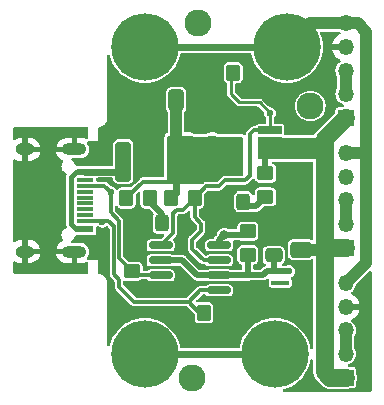
<source format=gbr>
%TF.GenerationSoftware,KiCad,Pcbnew,7.0.10*%
%TF.CreationDate,2024-02-15T01:27:53-05:00*%
%TF.ProjectId,USB-C-3-way-splitter,5553422d-432d-4332-9d77-61792d73706c,rev?*%
%TF.SameCoordinates,Original*%
%TF.FileFunction,Copper,L1,Top*%
%TF.FilePolarity,Positive*%
%FSLAX46Y46*%
G04 Gerber Fmt 4.6, Leading zero omitted, Abs format (unit mm)*
G04 Created by KiCad (PCBNEW 7.0.10) date 2024-02-15 01:27:53*
%MOMM*%
%LPD*%
G01*
G04 APERTURE LIST*
G04 Aperture macros list*
%AMRoundRect*
0 Rectangle with rounded corners*
0 $1 Rounding radius*
0 $2 $3 $4 $5 $6 $7 $8 $9 X,Y pos of 4 corners*
0 Add a 4 corners polygon primitive as box body*
4,1,4,$2,$3,$4,$5,$6,$7,$8,$9,$2,$3,0*
0 Add four circle primitives for the rounded corners*
1,1,$1+$1,$2,$3*
1,1,$1+$1,$4,$5*
1,1,$1+$1,$6,$7*
1,1,$1+$1,$8,$9*
0 Add four rect primitives between the rounded corners*
20,1,$1+$1,$2,$3,$4,$5,0*
20,1,$1+$1,$4,$5,$6,$7,0*
20,1,$1+$1,$6,$7,$8,$9,0*
20,1,$1+$1,$8,$9,$2,$3,0*%
G04 Aperture macros list end*
%TA.AperFunction,SMDPad,CuDef*%
%ADD10RoundRect,0.250000X0.350000X0.450000X-0.350000X0.450000X-0.350000X-0.450000X0.350000X-0.450000X0*%
%TD*%
%TA.AperFunction,WasherPad*%
%ADD11C,2.286000*%
%TD*%
%TA.AperFunction,SMDPad,CuDef*%
%ADD12RoundRect,0.250000X0.475000X-0.337500X0.475000X0.337500X-0.475000X0.337500X-0.475000X-0.337500X0*%
%TD*%
%TA.AperFunction,ComponentPad*%
%ADD13O,1.350000X1.350000*%
%TD*%
%TA.AperFunction,ComponentPad*%
%ADD14R,1.350000X1.350000*%
%TD*%
%TA.AperFunction,SMDPad,CuDef*%
%ADD15RoundRect,0.250000X-0.450000X0.350000X-0.450000X-0.350000X0.450000X-0.350000X0.450000X0.350000X0*%
%TD*%
%TA.AperFunction,ComponentPad*%
%ADD16C,5.700000*%
%TD*%
%TA.AperFunction,SMDPad,CuDef*%
%ADD17RoundRect,0.250000X-0.475000X0.337500X-0.475000X-0.337500X0.475000X-0.337500X0.475000X0.337500X0*%
%TD*%
%TA.AperFunction,SMDPad,CuDef*%
%ADD18RoundRect,0.250000X-0.325000X-0.450000X0.325000X-0.450000X0.325000X0.450000X-0.325000X0.450000X0*%
%TD*%
%TA.AperFunction,SMDPad,CuDef*%
%ADD19RoundRect,0.250000X-0.350000X-0.450000X0.350000X-0.450000X0.350000X0.450000X-0.350000X0.450000X0*%
%TD*%
%TA.AperFunction,SMDPad,CuDef*%
%ADD20RoundRect,0.150000X-0.825000X-0.150000X0.825000X-0.150000X0.825000X0.150000X-0.825000X0.150000X0*%
%TD*%
%TA.AperFunction,SMDPad,CuDef*%
%ADD21RoundRect,0.250000X0.650000X-0.412500X0.650000X0.412500X-0.650000X0.412500X-0.650000X-0.412500X0*%
%TD*%
%TA.AperFunction,SMDPad,CuDef*%
%ADD22R,2.000000X0.650000*%
%TD*%
%TA.AperFunction,SMDPad,CuDef*%
%ADD23RoundRect,0.250000X-0.412500X-0.650000X0.412500X-0.650000X0.412500X0.650000X-0.412500X0.650000X0*%
%TD*%
%TA.AperFunction,ComponentPad*%
%ADD24O,1.600000X1.000000*%
%TD*%
%TA.AperFunction,ComponentPad*%
%ADD25O,2.100000X1.000000*%
%TD*%
%TA.AperFunction,SMDPad,CuDef*%
%ADD26R,1.450000X0.600000*%
%TD*%
%TA.AperFunction,SMDPad,CuDef*%
%ADD27R,1.450000X0.300000*%
%TD*%
%TA.AperFunction,SMDPad,CuDef*%
%ADD28RoundRect,0.250000X-0.400000X-1.450000X0.400000X-1.450000X0.400000X1.450000X-0.400000X1.450000X0*%
%TD*%
%TA.AperFunction,SMDPad,CuDef*%
%ADD29RoundRect,0.250000X0.450000X-0.350000X0.450000X0.350000X-0.450000X0.350000X-0.450000X-0.350000X0*%
%TD*%
%TA.AperFunction,SMDPad,CuDef*%
%ADD30R,1.500000X0.450000*%
%TD*%
%TA.AperFunction,ViaPad*%
%ADD31C,0.600000*%
%TD*%
%TA.AperFunction,ViaPad*%
%ADD32C,0.800000*%
%TD*%
%TA.AperFunction,Conductor*%
%ADD33C,0.300000*%
%TD*%
%TA.AperFunction,Conductor*%
%ADD34C,0.600000*%
%TD*%
%TA.AperFunction,Conductor*%
%ADD35C,1.000000*%
%TD*%
%TA.AperFunction,Conductor*%
%ADD36C,0.500000*%
%TD*%
%TA.AperFunction,Conductor*%
%ADD37C,1.500000*%
%TD*%
%TA.AperFunction,Conductor*%
%ADD38C,0.250000*%
%TD*%
%TA.AperFunction,Conductor*%
%ADD39C,0.450000*%
%TD*%
G04 APERTURE END LIST*
D10*
%TO.P,R7,2*%
%TO.N,GND*%
X15475000Y10825000D03*
%TO.P,R7,1*%
%TO.N,EN*%
X17475000Y10825000D03*
%TD*%
D11*
%TO.P,H7,*%
%TO.N,*%
X24000000Y8000000D03*
%TD*%
%TO.P,H6,*%
%TO.N,*%
X14000000Y-15000000D03*
%TD*%
%TO.P,H5,*%
%TO.N,*%
X14500000Y15000000D03*
%TD*%
D12*
%TO.P,C5,1*%
%TO.N,+1V2*%
X20900000Y-4637500D03*
%TO.P,C5,2*%
%TO.N,GND*%
X20900000Y-2562500D03*
%TD*%
D13*
%TO.P,J2,5,Pin_5*%
%TO.N,GNDPWR*%
X27000000Y-7000000D03*
%TO.P,J2,4,Pin_4*%
%TO.N,GND*%
X27000000Y-9000000D03*
%TO.P,J2,3,Pin_3*%
%TO.N,Net-(J2-Pin_2)*%
X27000000Y-11000000D03*
%TO.P,J2,2,Pin_2*%
X27000000Y-13000000D03*
D14*
%TO.P,J2,1,Pin_1*%
%TO.N,+5V*%
X27000000Y-15000000D03*
%TD*%
D13*
%TO.P,J4,5,Pin_5*%
%TO.N,GNDPWR*%
X27000000Y15000000D03*
%TO.P,J4,4,Pin_4*%
%TO.N,GND*%
X27000000Y13000000D03*
%TO.P,J4,3,Pin_3*%
%TO.N,Net-(J4-Pin_2)*%
X27000000Y11000000D03*
%TO.P,J4,2,Pin_2*%
X27000000Y9000000D03*
D14*
%TO.P,J4,1,Pin_1*%
%TO.N,+5V*%
X27000000Y7000000D03*
%TD*%
D15*
%TO.P,R5,1*%
%TO.N,+5V*%
X20200000Y2300000D03*
%TO.P,R5,2*%
%TO.N,Net-(D3-A)*%
X20200000Y300000D03*
%TD*%
D16*
%TO.P,H3,1,1*%
%TO.N,GNDPWR*%
X10000000Y-13000000D03*
%TD*%
D17*
%TO.P,C2,1*%
%TO.N,+5V*%
X23000000Y4537500D03*
%TO.P,C2,2*%
%TO.N,GND*%
X23000000Y2462500D03*
%TD*%
D18*
%TO.P,D2,1,K*%
%TO.N,GND*%
X9375000Y-1900000D03*
%TO.P,D2,2,A*%
%TO.N,Net-(D2-A)*%
X11425000Y-1900000D03*
%TD*%
D19*
%TO.P,R4,1*%
%TO.N,VBUS*%
X8400000Y200000D03*
%TO.P,R4,2*%
%TO.N,Net-(D2-A)*%
X10400000Y200000D03*
%TD*%
D16*
%TO.P,H2,1,1*%
%TO.N,GNDPWR*%
X22000000Y13000000D03*
%TD*%
D20*
%TO.P,U1,1*%
%TO.N,EN*%
X11325000Y-3800000D03*
%TO.P,U1,2,-*%
%TO.N,+1V2*%
X11325000Y-5070000D03*
%TO.P,U1,3,+*%
%TO.N,CC1*%
X11325000Y-6340000D03*
%TO.P,U1,4,V-*%
%TO.N,GND*%
X11325000Y-7610000D03*
%TO.P,U1,5,+*%
%TO.N,CC2*%
X16275000Y-7610000D03*
%TO.P,U1,6,-*%
%TO.N,+1V2*%
X16275000Y-6340000D03*
%TO.P,U1,7*%
%TO.N,EN*%
X16275000Y-5070000D03*
%TO.P,U1,8,V+*%
%TO.N,VBUS*%
X16275000Y-3800000D03*
%TD*%
D18*
%TO.P,D3,1,K*%
%TO.N,GND*%
X16275000Y-100000D03*
%TO.P,D3,2,A*%
%TO.N,Net-(D3-A)*%
X18325000Y-100000D03*
%TD*%
D21*
%TO.P,C4,1*%
%TO.N,+5V*%
X23200000Y-4162500D03*
%TO.P,C4,2*%
%TO.N,GND*%
X23200000Y-1037500D03*
%TD*%
D22*
%TO.P,U2,1,OUT*%
%TO.N,+5V*%
X20610000Y4050000D03*
%TO.P,U2,2,OUT*%
X20610000Y5000000D03*
%TO.P,U2,3,EN*%
%TO.N,EN*%
X20610000Y5950000D03*
%TO.P,U2,4,GND*%
%TO.N,GND*%
X17190000Y5950000D03*
%TO.P,U2,5,IN*%
%TO.N,VBUS*%
X17190000Y5000000D03*
%TO.P,U2,6,IN*%
X17190000Y4050000D03*
%TD*%
D19*
%TO.P,R2,1*%
%TO.N,CC2*%
X15000000Y-9500000D03*
%TO.P,R2,2*%
%TO.N,GND*%
X17000000Y-9500000D03*
%TD*%
D23*
%TO.P,C3,1*%
%TO.N,VBUS*%
X12637500Y8500000D03*
%TO.P,C3,2*%
%TO.N,GND*%
X15762500Y8500000D03*
%TD*%
D13*
%TO.P,J3,5,Pin_5*%
%TO.N,GNDPWR*%
X27000000Y4000000D03*
%TO.P,J3,4,Pin_4*%
%TO.N,GND*%
X27000000Y2000000D03*
%TO.P,J3,3,Pin_3*%
%TO.N,Net-(J3-Pin_2)*%
X27000000Y0D03*
%TO.P,J3,2,Pin_2*%
X27000000Y-2000000D03*
D14*
%TO.P,J3,1,Pin_1*%
%TO.N,+5V*%
X27000000Y-4000000D03*
%TD*%
D15*
%TO.P,R3,1*%
%TO.N,VBUS*%
X18700000Y-2600000D03*
%TO.P,R3,2*%
%TO.N,+1V2*%
X18700000Y-4600000D03*
%TD*%
D16*
%TO.P,H1,1,1*%
%TO.N,GNDPWR*%
X10000000Y13000000D03*
%TD*%
D12*
%TO.P,C1,1*%
%TO.N,VBUS*%
X14700000Y4162500D03*
%TO.P,C1,2*%
%TO.N,GND*%
X14700000Y6237500D03*
%TD*%
D24*
%TO.P,J1,S1,SHIELD*%
%TO.N,GNDPWR*%
X-150000Y-4320000D03*
D25*
X4030000Y-4320000D03*
D24*
X-150000Y4320000D03*
D25*
X4030000Y4320000D03*
D26*
%TO.P,J1,B12,GND*%
%TO.N,GND*%
X4945000Y3250000D03*
%TO.P,J1,B9,VBUS*%
%TO.N,Net-(F1-Pad1)*%
X4945000Y2450000D03*
D27*
%TO.P,J1,B8,SBU2*%
%TO.N,unconnected-(J1-SBU2-PadB8)*%
X4945000Y1750000D03*
%TO.P,J1,B7,D-*%
%TO.N,unconnected-(J1-D--PadB7)*%
X4945000Y750000D03*
%TO.P,J1,B6,D+*%
%TO.N,unconnected-(J1-D+-PadB6)*%
X4945000Y-750000D03*
%TO.P,J1,B5,CC2*%
%TO.N,CC2*%
X4945000Y-1750000D03*
D26*
%TO.P,J1,B4,VBUS*%
%TO.N,Net-(F1-Pad1)*%
X4945000Y-2450000D03*
%TO.P,J1,B1,GND*%
%TO.N,GND*%
X4945000Y-3250000D03*
%TO.P,J1,A12,GND*%
X4945000Y-3250000D03*
%TO.P,J1,A9,VBUS*%
%TO.N,Net-(F1-Pad1)*%
X4945000Y-2450000D03*
D27*
%TO.P,J1,A8,SBU1*%
%TO.N,unconnected-(J1-SBU1-PadA8)*%
X4945000Y-1250000D03*
%TO.P,J1,A7,D-*%
%TO.N,unconnected-(J1-D--PadA7)*%
X4945000Y-250000D03*
%TO.P,J1,A6,D+*%
%TO.N,unconnected-(J1-D+-PadA6)*%
X4945000Y250000D03*
%TO.P,J1,A5,CC1*%
%TO.N,CC1*%
X4945000Y1250000D03*
D26*
%TO.P,J1,A4,VBUS*%
%TO.N,Net-(F1-Pad1)*%
X4945000Y2450000D03*
%TO.P,J1,A1,GND*%
%TO.N,GND*%
X4945000Y3250000D03*
%TD*%
D19*
%TO.P,R6,1*%
%TO.N,VBUS*%
X12200000Y200000D03*
%TO.P,R6,2*%
%TO.N,EN*%
X14200000Y200000D03*
%TD*%
D28*
%TO.P,F1,1*%
%TO.N,Net-(F1-Pad1)*%
X8175000Y3300000D03*
%TO.P,F1,2*%
%TO.N,VBUS*%
X12625000Y3300000D03*
%TD*%
D29*
%TO.P,R1,1*%
%TO.N,CC1*%
X8900000Y-6000000D03*
%TO.P,R1,2*%
%TO.N,GND*%
X8900000Y-4000000D03*
%TD*%
D16*
%TO.P,H4,1,1*%
%TO.N,GNDPWR*%
X21000000Y-13000000D03*
%TD*%
D30*
%TO.P,D1,3*%
%TO.N,N/C*%
X21460000Y-6950000D03*
%TO.P,D1,2,A*%
%TO.N,GND*%
X18800000Y-7600000D03*
%TO.P,D1,1,K*%
%TO.N,+1V2*%
X18800000Y-6300000D03*
%TD*%
D31*
%TO.N,VBUS*%
X15000000Y2500000D03*
%TO.N,+1V2*%
X22200000Y-6000000D03*
%TO.N,EN*%
X20600000Y7400000D03*
%TO.N,CC2*%
X6400000Y-1800000D03*
%TO.N,CC1*%
X7100000Y700000D03*
D32*
%TO.N,GND*%
X13500000Y-7000000D03*
X14500000Y7500000D03*
X6500000Y-4500000D03*
X6500000Y3500000D03*
X17000000Y7000000D03*
X18000000Y7000000D03*
X6500000Y4500000D03*
X17000000Y-11000000D03*
X23000000Y-1000000D03*
X6500000Y-3500000D03*
X19000000Y-8500000D03*
X9500000Y4500000D03*
X10000000Y-3000000D03*
%TO.N,VBUS*%
X16700000Y-2900000D03*
%TD*%
D33*
%TO.N,EN*%
X19250000Y5950000D02*
X20610000Y5950000D01*
X18500000Y1700000D02*
X18900000Y2100000D01*
X16305930Y1194070D02*
X16811860Y1700000D01*
X15194070Y1194070D02*
X16305930Y1194070D01*
X18900000Y5600000D02*
X19250000Y5950000D01*
X14200000Y200000D02*
X15194070Y1194070D01*
X16811860Y1700000D02*
X18500000Y1700000D01*
X18900000Y2100000D02*
X18900000Y5600000D01*
D34*
%TO.N,GNDPWR*%
X10000000Y-13000000D02*
X21000000Y-13000000D01*
X10000000Y13000000D02*
X22000000Y13000000D01*
D35*
X24000000Y15000000D02*
X22000000Y13000000D01*
X27000000Y15000000D02*
X24000000Y15000000D01*
%TO.N,+5V*%
X24937500Y-4162500D02*
X25200000Y-3900000D01*
X23200000Y-4162500D02*
X24937500Y-4162500D01*
D36*
X20200000Y3640000D02*
X20610000Y4050000D01*
X20200000Y2300000D02*
X20200000Y3640000D01*
%TO.N,Net-(D3-A)*%
X19400000Y-500000D02*
X20200000Y300000D01*
X18225000Y-500000D02*
X19400000Y-500000D01*
D33*
%TO.N,EN*%
X14753328Y-1953328D02*
X14753328Y-2553328D01*
X14200000Y200000D02*
X14200000Y-1400000D01*
X14000000Y-3306656D02*
X14753328Y-2553328D01*
X14200000Y-1400000D02*
X14753328Y-1953328D01*
D37*
%TO.N,+5V*%
X25300000Y-4000000D02*
X25200000Y-3900000D01*
X25200000Y5200000D02*
X25200000Y4200000D01*
X27000000Y-4000000D02*
X25300000Y-4000000D01*
X25200000Y-14500000D02*
X25700000Y-15000000D01*
X27000000Y7000000D02*
X25200000Y5200000D01*
X25200000Y4200000D02*
X25200000Y-3900000D01*
D35*
X25162500Y-5162500D02*
X25200000Y-5200000D01*
D37*
X25200000Y-5200000D02*
X25200000Y-14500000D01*
X25700000Y-15000000D02*
X27000000Y-15000000D01*
X25200000Y-3900000D02*
X25200000Y-5200000D01*
D38*
%TO.N,EN*%
X18000000Y8300000D02*
X17300000Y9000000D01*
X19700000Y8300000D02*
X18000000Y8300000D01*
X17300000Y9000000D02*
X17300000Y10800000D01*
X20600000Y7400000D02*
X19700000Y8300000D01*
D36*
%TO.N,+1V2*%
X20900000Y-4637500D02*
X20900000Y-6000000D01*
X20900000Y-6000000D02*
X22200000Y-6000000D01*
X20300000Y-6000000D02*
X20900000Y-6000000D01*
X18700000Y-6200000D02*
X18800000Y-6300000D01*
X18700000Y-4600000D02*
X18700000Y-6200000D01*
%TO.N,VBUS*%
X18400000Y-2900000D02*
X18700000Y-2600000D01*
X16700000Y-2900000D02*
X18400000Y-2900000D01*
D38*
%TO.N,EN*%
X20600000Y7400000D02*
X20610000Y7390000D01*
D33*
%TO.N,CC2*%
X6450000Y-1750000D02*
X6897600Y-1750000D01*
X6400000Y-1800000D02*
X6450000Y-1750000D01*
X6350000Y-1750000D02*
X6400000Y-1800000D01*
D38*
%TO.N,EN*%
X20610000Y7390000D02*
X20610000Y5950000D01*
D36*
%TO.N,+1V2*%
X20000000Y-6300000D02*
X20300000Y-6000000D01*
X18800000Y-6300000D02*
X20000000Y-6300000D01*
%TO.N,GND*%
X11325000Y-7610000D02*
X12890000Y-7610000D01*
X12890000Y-7610000D02*
X13500000Y-7000000D01*
D34*
%TO.N,VBUS*%
X12625000Y625000D02*
X12200000Y200000D01*
X12625000Y1400000D02*
X12625000Y625000D01*
D35*
X12625000Y8487500D02*
X12637500Y8500000D01*
D36*
X16275000Y-3800000D02*
X16275000Y-3325000D01*
D35*
X12625000Y3300000D02*
X12625000Y8487500D01*
D36*
X16275000Y-3325000D02*
X16700000Y-2900000D01*
D33*
X12425000Y1600000D02*
X12625000Y1400000D01*
X8400000Y200000D02*
X9800000Y1600000D01*
X9800000Y1600000D02*
X12425000Y1600000D01*
D34*
X12625000Y3300000D02*
X12625000Y1400000D01*
D33*
%TO.N,CC1*%
X7800000Y-4900000D02*
X8900000Y-6000000D01*
X7800000Y-1700000D02*
X7800000Y-4900000D01*
X7100000Y-1000000D02*
X7800000Y-1700000D01*
X7100000Y700000D02*
X7100000Y-1000000D01*
X11325000Y-6340000D02*
X9240000Y-6340000D01*
X9240000Y-6340000D02*
X8900000Y-6000000D01*
X6550000Y1250000D02*
X7100000Y700000D01*
X4945000Y1250000D02*
X6550000Y1250000D01*
%TO.N,CC2*%
X7347600Y-6247600D02*
X7800000Y-6700000D01*
X9100000Y-8600000D02*
X13700000Y-8600000D01*
X13700000Y-8600000D02*
X14600000Y-9500000D01*
X7347600Y-2200000D02*
X7347600Y-6247600D01*
X7800000Y-6700000D02*
X7800000Y-7300000D01*
X6897600Y-1750000D02*
X7347600Y-2200000D01*
X14600000Y-9500000D02*
X15000000Y-9500000D01*
X7800000Y-7300000D02*
X9100000Y-8600000D01*
X4945000Y-1750000D02*
X6350000Y-1750000D01*
X14690000Y-7610000D02*
X13700000Y-8600000D01*
X16275000Y-7610000D02*
X14690000Y-7610000D01*
D36*
%TO.N,+1V2*%
X18760000Y-6340000D02*
X18800000Y-6300000D01*
X16275000Y-6340000D02*
X18760000Y-6340000D01*
X11325000Y-5070000D02*
X13170000Y-5070000D01*
X14440000Y-6340000D02*
X16275000Y-6340000D01*
X13170000Y-5070000D02*
X14440000Y-6340000D01*
%TO.N,Net-(D2-A)*%
X11425000Y-1125000D02*
X11425000Y-1900000D01*
X10100000Y200000D02*
X11425000Y-1125000D01*
D35*
%TO.N,Net-(J3-Pin_2)*%
X27000000Y0D02*
X27000000Y-2000000D01*
%TO.N,Net-(J4-Pin_2)*%
X27000000Y11000000D02*
X27000000Y9000000D01*
D33*
%TO.N,EN*%
X13200000Y-800000D02*
X12700000Y-800000D01*
X12400000Y-1100000D02*
X12400000Y-1200000D01*
X12700000Y-800000D02*
X12400000Y-1100000D01*
X14200000Y200000D02*
X13200000Y-800000D01*
X12397600Y-1202400D02*
X12397600Y-2727400D01*
X12397600Y-2727400D02*
X11325000Y-3800000D01*
X12400000Y-1200000D02*
X12397600Y-1202400D01*
X14970000Y-5070000D02*
X14000000Y-4100000D01*
X14000000Y-4100000D02*
X14000000Y-3306656D01*
X16275000Y-5070000D02*
X14970000Y-5070000D01*
D35*
%TO.N,GNDPWR*%
X27000000Y15000000D02*
X28000000Y15000000D01*
X28700000Y14300000D02*
X28700000Y4100000D01*
X28700000Y4100000D02*
X28700000Y-5300000D01*
X27000000Y4000000D02*
X28600000Y4000000D01*
X28700000Y-5300000D02*
X27000000Y-7000000D01*
X28600000Y4000000D02*
X28700000Y4100000D01*
X28000000Y15000000D02*
X28700000Y14300000D01*
%TO.N,Net-(J2-Pin_2)*%
X27000000Y-11000000D02*
X27000000Y-13000000D01*
D39*
%TO.N,Net-(F1-Pad1)*%
X3750000Y2002972D02*
X4197028Y2450000D01*
D34*
X8175000Y3300000D02*
X8200000Y3275000D01*
D39*
X4197028Y2450000D02*
X4945000Y2450000D01*
X4197028Y-2450000D02*
X3750000Y-2002972D01*
D36*
X8100000Y3225000D02*
X8175000Y3300000D01*
D39*
X3750000Y-2002972D02*
X3750000Y2002972D01*
D34*
X4945000Y2450000D02*
X8200000Y2450000D01*
D39*
X4945000Y-2450000D02*
X4197028Y-2450000D01*
D34*
X8200000Y3275000D02*
X8200000Y2450000D01*
%TD*%
%TA.AperFunction,Conductor*%
%TO.N,+5V*%
G36*
X25943039Y5280315D02*
G01*
X25988794Y5227511D01*
X26000000Y5176000D01*
X26000000Y3624000D01*
X25980315Y3556961D01*
X25927511Y3511206D01*
X25876000Y3500000D01*
X19724000Y3500000D01*
X19656961Y3519685D01*
X19611206Y3572489D01*
X19600000Y3624000D01*
X19600000Y5176000D01*
X19619685Y5243039D01*
X19672489Y5288794D01*
X19724000Y5300000D01*
X25876000Y5300000D01*
X25943039Y5280315D01*
G37*
%TD.AperFunction*%
%TD*%
%TA.AperFunction,Conductor*%
%TO.N,VBUS*%
G36*
X13949932Y5480315D02*
G01*
X13957204Y5475267D01*
X13982668Y5456204D01*
X13982671Y5456202D01*
X14117517Y5405908D01*
X14117516Y5405908D01*
X14177116Y5399501D01*
X14177119Y5399500D01*
X14177127Y5399500D01*
X14177134Y5399500D01*
X14177135Y5399500D01*
X15222870Y5399500D01*
X15222876Y5399501D01*
X15282483Y5405908D01*
X15417328Y5456202D01*
X15417331Y5456204D01*
X15442796Y5475267D01*
X15508261Y5499684D01*
X15517107Y5500000D01*
X15905969Y5500000D01*
X15973008Y5480315D01*
X16009070Y5444890D01*
X16009399Y5444399D01*
X16092260Y5389033D01*
X16092264Y5389032D01*
X16165321Y5374500D01*
X18176000Y5374500D01*
X18243039Y5354815D01*
X18288794Y5302011D01*
X18300000Y5250500D01*
X18300000Y2224500D01*
X18280315Y2157461D01*
X18227511Y2111706D01*
X18176000Y2100500D01*
X16875293Y2100500D01*
X16748427Y2100500D01*
X16727351Y2093652D01*
X16708438Y2089111D01*
X16686556Y2085646D01*
X16686554Y2085645D01*
X16666819Y2075589D01*
X16648839Y2068141D01*
X16627770Y2061296D01*
X16613154Y2050677D01*
X16609842Y2048271D01*
X16593255Y2038106D01*
X16576344Y2029490D01*
X16573516Y2028049D01*
X16555293Y2009825D01*
X16555273Y2009807D01*
X16176356Y1630889D01*
X16115033Y1597404D01*
X16088675Y1594570D01*
X15157440Y1594570D01*
X15157416Y1594569D01*
X15130637Y1594569D01*
X15109571Y1587723D01*
X15090655Y1583182D01*
X15068766Y1579716D01*
X15068764Y1579715D01*
X15049022Y1569656D01*
X15031044Y1562210D01*
X15009980Y1555366D01*
X14992051Y1542339D01*
X14975465Y1532176D01*
X14959418Y1524000D01*
X14955728Y1522120D01*
X14869927Y1436319D01*
X14808604Y1402834D01*
X14782246Y1400000D01*
X12024000Y1400000D01*
X11956961Y1419685D01*
X11911206Y1472489D01*
X11900000Y1524000D01*
X11900000Y5376000D01*
X11919685Y5443039D01*
X11972489Y5488794D01*
X12024000Y5500000D01*
X13882893Y5500000D01*
X13949932Y5480315D01*
G37*
%TD.AperFunction*%
%TD*%
%TA.AperFunction,Conductor*%
%TO.N,GND*%
G36*
X6000000Y-5000000D02*
G01*
X5188947Y-5000000D01*
X5121908Y-4980315D01*
X5076153Y-4927511D01*
X5066209Y-4858353D01*
X5095234Y-4794797D01*
X5096132Y-4793773D01*
X5114466Y-4773078D01*
X5160734Y-4720852D01*
X5239790Y-4570225D01*
X5280500Y-4405056D01*
X5280500Y-4234944D01*
X5239790Y-4069775D01*
X5213666Y-4020000D01*
X5160736Y-3919150D01*
X5112320Y-3864500D01*
X5047929Y-3791817D01*
X4998177Y-3757475D01*
X4907931Y-3695182D01*
X4748874Y-3634860D01*
X4748868Y-3634859D01*
X4622374Y-3619500D01*
X4622372Y-3619500D01*
X3866521Y-3619500D01*
X3799482Y-3599815D01*
X3753727Y-3547011D01*
X3743783Y-3477853D01*
X3772808Y-3414297D01*
X3791035Y-3397124D01*
X3792250Y-3396192D01*
X3913304Y-3303304D01*
X4006192Y-3182250D01*
X4064584Y-3041280D01*
X4064584Y-3041278D01*
X4067694Y-3033771D01*
X4068909Y-3034274D01*
X4100899Y-2981782D01*
X4163744Y-2951248D01*
X4196476Y-2950128D01*
X4200251Y-2950500D01*
X4200252Y-2950500D01*
X5689750Y-2950500D01*
X5689751Y-2950499D01*
X5704568Y-2947552D01*
X5748229Y-2938868D01*
X5748229Y-2938867D01*
X5748231Y-2938867D01*
X5814552Y-2894552D01*
X5858867Y-2828231D01*
X5858867Y-2828229D01*
X5858868Y-2828229D01*
X5870499Y-2769752D01*
X5870500Y-2769750D01*
X5870500Y-2281746D01*
X5890185Y-2214707D01*
X5942989Y-2168952D01*
X6000000Y-2160754D01*
X6000000Y-5000000D01*
G37*
%TD.AperFunction*%
%TA.AperFunction,Conductor*%
G36*
X6000000Y1600500D02*
G01*
X5994500Y1600500D01*
X5927461Y1620185D01*
X5881706Y1672989D01*
X5870500Y1724500D01*
X5870500Y1825500D01*
X5890185Y1892539D01*
X5942989Y1938294D01*
X5994500Y1949500D01*
X6000000Y1949500D01*
X6000000Y1600500D01*
G37*
%TD.AperFunction*%
%TA.AperFunction,Conductor*%
G36*
X6000000Y2950500D02*
G01*
X4200251Y2950500D01*
X4196476Y2950128D01*
X4194514Y2950500D01*
X4194160Y2950500D01*
X4194160Y2950567D01*
X4127829Y2963143D01*
X4077117Y3011206D01*
X4067725Y3033784D01*
X4067694Y3033771D01*
X4006193Y3182247D01*
X4006192Y3182250D01*
X3913304Y3303304D01*
X3792250Y3396192D01*
X3792249Y3396192D01*
X3791035Y3397124D01*
X3749832Y3453552D01*
X3745677Y3523298D01*
X3779889Y3584218D01*
X3841607Y3616971D01*
X3866521Y3619500D01*
X4622374Y3619500D01*
X4748868Y3634859D01*
X4748874Y3634860D01*
X4907931Y3695182D01*
X5016016Y3769789D01*
X5047929Y3791817D01*
X5160734Y3919148D01*
X5160736Y3919150D01*
X5239789Y4069773D01*
X5239790Y4069775D01*
X5280500Y4234944D01*
X5280500Y4405056D01*
X5239790Y4570225D01*
X5160734Y4720852D01*
X5096132Y4793773D01*
X5066410Y4857006D01*
X5075594Y4926269D01*
X5120766Y4979573D01*
X5187585Y4999993D01*
X5188947Y5000000D01*
X6000000Y5000000D01*
X6000000Y2950500D01*
G37*
%TD.AperFunction*%
%TD*%
%TA.AperFunction,Conductor*%
%TO.N,GNDPWR*%
G36*
X5143039Y6179815D02*
G01*
X5188794Y6127011D01*
X5200000Y6075500D01*
X5200000Y5330274D01*
X5180315Y5263235D01*
X5127511Y5217480D01*
X5058353Y5207536D01*
X5027099Y5216323D01*
X4880905Y5279060D01*
X4681690Y5320000D01*
X4280000Y5320000D01*
X4280000Y4620000D01*
X3780000Y4620000D01*
X3780000Y5320000D01*
X3429287Y5320000D01*
X3277661Y5304581D01*
X3083618Y5243700D01*
X3083608Y5243695D01*
X2905784Y5144994D01*
X2905783Y5144994D01*
X2751469Y5012521D01*
X2751468Y5012520D01*
X2626981Y4851695D01*
X2537411Y4669093D01*
X2511754Y4570000D01*
X3313889Y4570000D01*
X3274390Y4545543D01*
X3206799Y4456038D01*
X3176105Y4348160D01*
X3186454Y4236479D01*
X3236448Y4136078D01*
X3308931Y4070000D01*
X2506634Y4070000D01*
X2506931Y4068053D01*
X2506933Y4068047D01*
X2577562Y3877342D01*
X2577565Y3877335D01*
X2685149Y3704732D01*
X2825264Y3557331D01*
X2825266Y3557330D01*
X2992197Y3441142D01*
X2992201Y3441140D01*
X2996293Y3439384D01*
X3050133Y3394852D01*
X3071349Y3328281D01*
X3053207Y3260808D01*
X3045768Y3249965D01*
X2993808Y3182250D01*
X2993806Y3182246D01*
X2935416Y3041280D01*
X2935415Y3041278D01*
X2915500Y2890001D01*
X2915500Y2889998D01*
X2935415Y2738721D01*
X2935416Y2738719D01*
X2993806Y2597752D01*
X3086696Y2476696D01*
X3207753Y2383806D01*
X3294515Y2347868D01*
X3348918Y2304027D01*
X3370983Y2237732D01*
X3364992Y2194986D01*
X3358688Y2175586D01*
X3351243Y2157613D01*
X3340281Y2136099D01*
X3340281Y2136098D01*
X3336503Y2112245D01*
X3331962Y2093330D01*
X3324500Y2070366D01*
X3324500Y-2070366D01*
X3331962Y-2093330D01*
X3336503Y-2112245D01*
X3339355Y-2130252D01*
X3340281Y-2136099D01*
X3351243Y-2157613D01*
X3358688Y-2175586D01*
X3364992Y-2194986D01*
X3366989Y-2264827D01*
X3330910Y-2324661D01*
X3294515Y-2347868D01*
X3207753Y-2383806D01*
X3086696Y-2476696D01*
X2993806Y-2597752D01*
X2935416Y-2738719D01*
X2935415Y-2738721D01*
X2915500Y-2889998D01*
X2915500Y-2890001D01*
X2935415Y-3041278D01*
X2935416Y-3041280D01*
X2980499Y-3150121D01*
X2993808Y-3182250D01*
X3048265Y-3253219D01*
X3073458Y-3318386D01*
X3059420Y-3386831D01*
X3010606Y-3436821D01*
X3010066Y-3437122D01*
X2905792Y-3494999D01*
X2905783Y-3495005D01*
X2751469Y-3627478D01*
X2751468Y-3627479D01*
X2626981Y-3788304D01*
X2537411Y-3970906D01*
X2511754Y-4070000D01*
X3313889Y-4070000D01*
X3274390Y-4094457D01*
X3206799Y-4183962D01*
X3176105Y-4291840D01*
X3186454Y-4403521D01*
X3236448Y-4503922D01*
X3308931Y-4570000D01*
X2506634Y-4570000D01*
X2506931Y-4571946D01*
X2506933Y-4571952D01*
X2577562Y-4762657D01*
X2577565Y-4762664D01*
X2685149Y-4935267D01*
X2825264Y-5082668D01*
X2825266Y-5082669D01*
X2992195Y-5198856D01*
X3179092Y-5279059D01*
X3378310Y-5320000D01*
X3780000Y-5320000D01*
X3780000Y-4620000D01*
X4280000Y-4620000D01*
X4280000Y-5320000D01*
X4630713Y-5320000D01*
X4782338Y-5304581D01*
X4976381Y-5243700D01*
X4976391Y-5243695D01*
X5015822Y-5221810D01*
X5083991Y-5206487D01*
X5149622Y-5230450D01*
X5191879Y-5286093D01*
X5200000Y-5330229D01*
X5200000Y-6075500D01*
X5180315Y-6142539D01*
X5127511Y-6188294D01*
X5076000Y-6199500D01*
X-990243Y-6199500D01*
X-1009638Y-6197973D01*
X-1025888Y-6195399D01*
X-1042250Y-6192808D01*
X-1079144Y-6180821D01*
X-1099762Y-6170316D01*
X-1131150Y-6147511D01*
X-1147511Y-6131150D01*
X-1170316Y-6099762D01*
X-1180821Y-6079144D01*
X-1192808Y-6042250D01*
X-1197973Y-6009642D01*
X-1199500Y-5990243D01*
X-1199500Y-5254096D01*
X-1179815Y-5187057D01*
X-1127011Y-5141302D01*
X-1057853Y-5131358D01*
X-1004662Y-5152322D01*
X-937805Y-5198855D01*
X-750907Y-5279059D01*
X-551690Y-5320000D01*
X-400000Y-5320000D01*
X-400000Y-4620000D01*
X100000Y-4620000D01*
X100000Y-5320000D01*
X200713Y-5320000D01*
X352338Y-5304581D01*
X546381Y-5243700D01*
X546391Y-5243695D01*
X724215Y-5144994D01*
X724216Y-5144994D01*
X878530Y-5012521D01*
X878531Y-5012520D01*
X1003018Y-4851695D01*
X1092588Y-4669093D01*
X1118246Y-4570000D01*
X316111Y-4570000D01*
X355610Y-4545543D01*
X423201Y-4456038D01*
X453895Y-4348160D01*
X443546Y-4236479D01*
X393552Y-4136078D01*
X321069Y-4070000D01*
X1123366Y-4070000D01*
X1123068Y-4068053D01*
X1123066Y-4068047D01*
X1052437Y-3877342D01*
X1052434Y-3877335D01*
X944850Y-3704732D01*
X804735Y-3557331D01*
X804733Y-3557330D01*
X637804Y-3441143D01*
X450907Y-3360940D01*
X251690Y-3320000D01*
X100000Y-3320000D01*
X100000Y-4020000D01*
X-400000Y-4020000D01*
X-400000Y-3320000D01*
X-500713Y-3320000D01*
X-652338Y-3335418D01*
X-846381Y-3396299D01*
X-846396Y-3396306D01*
X-1015323Y-3490068D01*
X-1083491Y-3505391D01*
X-1149123Y-3481427D01*
X-1191380Y-3425784D01*
X-1199500Y-3381649D01*
X-1199500Y3385903D01*
X-1179815Y3452942D01*
X-1127011Y3498697D01*
X-1057853Y3508641D01*
X-1004663Y3487678D01*
X-937804Y3441143D01*
X-750907Y3360940D01*
X-551690Y3320000D01*
X-400000Y3320000D01*
X-400000Y4020000D01*
X100000Y4020000D01*
X100000Y3320000D01*
X200713Y3320000D01*
X352338Y3335418D01*
X546381Y3396299D01*
X546391Y3396304D01*
X724215Y3495005D01*
X724216Y3495005D01*
X878530Y3627478D01*
X878531Y3627479D01*
X1003018Y3788304D01*
X1092588Y3970906D01*
X1118246Y4070000D01*
X316111Y4070000D01*
X355610Y4094457D01*
X423201Y4183962D01*
X453895Y4291840D01*
X443546Y4403521D01*
X393552Y4503922D01*
X321069Y4570000D01*
X1123366Y4570000D01*
X1123068Y4571946D01*
X1123066Y4571952D01*
X1052437Y4762657D01*
X1052434Y4762664D01*
X944850Y4935267D01*
X804735Y5082668D01*
X804733Y5082669D01*
X637804Y5198856D01*
X450907Y5279059D01*
X251690Y5320000D01*
X100000Y5320000D01*
X100000Y4620000D01*
X-400000Y4620000D01*
X-400000Y5320000D01*
X-500713Y5320000D01*
X-652338Y5304581D01*
X-846381Y5243700D01*
X-846391Y5243695D01*
X-1015322Y5149931D01*
X-1083491Y5134608D01*
X-1149122Y5158572D01*
X-1191379Y5214214D01*
X-1199500Y5258350D01*
X-1199500Y5990244D01*
X-1197973Y6009643D01*
X-1192808Y6042251D01*
X-1180820Y6079147D01*
X-1170315Y6099764D01*
X-1147511Y6131150D01*
X-1131150Y6147511D01*
X-1099762Y6170316D01*
X-1079144Y6180821D01*
X-1042250Y6192808D01*
X-1025888Y6195399D01*
X-1009638Y6197973D01*
X-990243Y6199500D01*
X5076000Y6199500D01*
X5143039Y6179815D01*
G37*
%TD.AperFunction*%
%TD*%
%TA.AperFunction,Conductor*%
%TO.N,GND*%
G36*
X29118834Y-5974336D02*
G01*
X29174767Y-6016208D01*
X29199184Y-6081672D01*
X29199500Y-6090518D01*
X29199500Y-15990244D01*
X29197973Y-16009644D01*
X29192808Y-16042251D01*
X29180820Y-16079146D01*
X29170314Y-16099765D01*
X29147510Y-16131151D01*
X29131151Y-16147510D01*
X29099765Y-16170314D01*
X29079146Y-16180820D01*
X29042251Y-16192808D01*
X29029663Y-16194801D01*
X29009638Y-16197973D01*
X28990244Y-16199500D01*
X25760293Y-16199500D01*
X25716734Y-16186709D01*
X25698076Y-16196787D01*
X25672277Y-16199500D01*
X21791804Y-16199500D01*
X21724765Y-16179815D01*
X21679010Y-16127011D01*
X21669066Y-16057853D01*
X21698091Y-15994297D01*
X21756869Y-15956523D01*
X21757476Y-15956346D01*
X21761818Y-15955095D01*
X22009104Y-15883853D01*
X22325648Y-15752736D01*
X22625521Y-15587002D01*
X22904953Y-15388735D01*
X23160428Y-15160428D01*
X23388735Y-14904953D01*
X23587002Y-14625521D01*
X23752736Y-14325648D01*
X23883853Y-14009104D01*
X23978704Y-13679870D01*
X24003252Y-13535390D01*
X24033888Y-13472596D01*
X24093610Y-13436333D01*
X24163457Y-13438114D01*
X24221253Y-13477375D01*
X24248648Y-13541650D01*
X24249500Y-13556162D01*
X24249500Y-14486374D01*
X24249460Y-14489516D01*
X24247355Y-14572545D01*
X24247355Y-14572546D01*
X24257199Y-14627468D01*
X24258507Y-14636796D01*
X24264154Y-14692318D01*
X24264156Y-14692326D01*
X24272689Y-14719522D01*
X24276430Y-14734764D01*
X24281460Y-14762828D01*
X24281461Y-14762830D01*
X24302158Y-14814645D01*
X24305318Y-14823519D01*
X24322025Y-14876768D01*
X24335859Y-14901691D01*
X24342592Y-14915868D01*
X24353168Y-14942343D01*
X24353170Y-14942348D01*
X24353172Y-14942351D01*
X24353173Y-14942353D01*
X24383877Y-14988940D01*
X24388760Y-14997000D01*
X24415840Y-15045790D01*
X24434413Y-15067425D01*
X24443864Y-15079960D01*
X24459546Y-15103756D01*
X24499001Y-15143211D01*
X24505405Y-15150120D01*
X24541760Y-15192468D01*
X24541764Y-15192471D01*
X24541765Y-15192472D01*
X24564300Y-15209915D01*
X24576081Y-15220291D01*
X25018255Y-15662465D01*
X25020449Y-15664715D01*
X25077674Y-15724917D01*
X25077677Y-15724919D01*
X25123486Y-15756803D01*
X25131003Y-15762472D01*
X25174244Y-15797730D01*
X25174247Y-15797733D01*
X25199513Y-15810930D01*
X25212942Y-15819065D01*
X25236342Y-15835353D01*
X25236343Y-15835353D01*
X25236344Y-15835354D01*
X25287623Y-15857359D01*
X25296126Y-15861396D01*
X25345594Y-15887237D01*
X25372998Y-15895078D01*
X25387780Y-15900340D01*
X25413988Y-15911587D01*
X25468648Y-15922819D01*
X25477796Y-15925064D01*
X25512152Y-15934895D01*
X25531445Y-15940416D01*
X25531449Y-15940417D01*
X25559892Y-15942582D01*
X25575405Y-15944758D01*
X25603344Y-15950500D01*
X25659147Y-15950500D01*
X25668560Y-15950857D01*
X25679243Y-15951671D01*
X25681694Y-15951858D01*
X25713749Y-15963983D01*
X25725358Y-15956523D01*
X25744624Y-15952494D01*
X25752478Y-15951493D01*
X25768144Y-15950500D01*
X27048207Y-15950500D01*
X27126100Y-15942579D01*
X27192321Y-15935845D01*
X27366528Y-15881186D01*
X27403648Y-15875500D01*
X27694750Y-15875500D01*
X27694751Y-15875499D01*
X27709568Y-15872552D01*
X27753229Y-15863868D01*
X27753229Y-15863867D01*
X27753231Y-15863867D01*
X27819552Y-15819552D01*
X27863867Y-15753231D01*
X27863867Y-15753229D01*
X27863868Y-15753229D01*
X27875499Y-15694752D01*
X27875500Y-15694750D01*
X27875500Y-15402240D01*
X27888172Y-15347632D01*
X27889413Y-15345100D01*
X27895930Y-15331816D01*
X27923357Y-15225890D01*
X27944383Y-15144682D01*
X27944384Y-15144676D01*
X27944385Y-15144674D01*
X27954176Y-14951610D01*
X27924903Y-14760526D01*
X27899644Y-14692326D01*
X27883219Y-14647976D01*
X27875500Y-14604910D01*
X27875500Y-14305249D01*
X27875499Y-14305247D01*
X27863868Y-14246770D01*
X27863867Y-14246769D01*
X27819552Y-14180447D01*
X27753230Y-14136132D01*
X27753229Y-14136131D01*
X27694752Y-14124500D01*
X27694748Y-14124500D01*
X27395588Y-14124500D01*
X27346688Y-14114451D01*
X27286010Y-14088412D01*
X27259166Y-14082895D01*
X27197462Y-14050117D01*
X27163275Y-13989183D01*
X27167458Y-13919439D01*
X27208683Y-13863028D01*
X27258348Y-13840144D01*
X27272034Y-13837236D01*
X27440161Y-13762381D01*
X27589050Y-13654207D01*
X27712195Y-13517440D01*
X27804214Y-13358059D01*
X27861085Y-13183029D01*
X27880322Y-13000000D01*
X27861085Y-12816971D01*
X27804214Y-12641941D01*
X27743944Y-12537550D01*
X27717113Y-12491077D01*
X27700500Y-12429077D01*
X27700500Y-11570921D01*
X27717113Y-11508921D01*
X27804214Y-11358059D01*
X27861085Y-11183029D01*
X27880322Y-11000000D01*
X27861085Y-10816971D01*
X27804214Y-10641941D01*
X27712195Y-10482560D01*
X27589050Y-10345793D01*
X27491342Y-10274804D01*
X27448678Y-10219475D01*
X27442699Y-10149862D01*
X27475305Y-10088067D01*
X27519443Y-10058857D01*
X27525987Y-10056322D01*
X27711130Y-9941685D01*
X27711131Y-9941685D01*
X27872054Y-9794985D01*
X28003284Y-9621208D01*
X28100348Y-9426280D01*
X28150505Y-9250000D01*
X27315686Y-9250000D01*
X27327641Y-9238045D01*
X27385165Y-9125148D01*
X27404986Y-9000000D01*
X27385165Y-8874852D01*
X27327641Y-8761955D01*
X27315686Y-8750000D01*
X28150505Y-8750000D01*
X28150505Y-8749999D01*
X28100348Y-8573719D01*
X28003284Y-8378791D01*
X27872054Y-8205014D01*
X27711131Y-8058314D01*
X27525987Y-7943677D01*
X27525979Y-7943673D01*
X27519434Y-7941138D01*
X27464033Y-7898565D01*
X27440443Y-7832798D01*
X27456155Y-7764718D01*
X27491342Y-7725195D01*
X27589050Y-7654207D01*
X27712195Y-7517440D01*
X27804214Y-7358059D01*
X27861085Y-7183029D01*
X27862773Y-7166966D01*
X27889354Y-7102351D01*
X27898404Y-7092251D01*
X28987819Y-6002837D01*
X29049142Y-5969352D01*
X29118834Y-5974336D01*
G37*
%TD.AperFunction*%
%TA.AperFunction,Conductor*%
G36*
X24192539Y3274815D02*
G01*
X24238294Y3222011D01*
X24249500Y3170500D01*
X24249500Y-3240048D01*
X24229815Y-3307087D01*
X24177011Y-3352842D01*
X24107853Y-3362786D01*
X24067566Y-3349682D01*
X24062883Y-3347207D01*
X23934700Y-3302353D01*
X23904270Y-3299500D01*
X23904266Y-3299500D01*
X22495734Y-3299500D01*
X22495730Y-3299500D01*
X22465300Y-3302353D01*
X22465298Y-3302353D01*
X22337119Y-3347206D01*
X22337117Y-3347207D01*
X22227850Y-3427850D01*
X22147207Y-3537117D01*
X22147206Y-3537119D01*
X22102353Y-3665298D01*
X22102353Y-3665300D01*
X22099500Y-3695730D01*
X22099500Y-4629269D01*
X22102353Y-4659699D01*
X22102353Y-4659701D01*
X22142442Y-4774265D01*
X22147207Y-4787882D01*
X22227850Y-4897150D01*
X22337118Y-4977793D01*
X22379845Y-4992744D01*
X22465299Y-5022646D01*
X22495730Y-5025500D01*
X22495734Y-5025500D01*
X23904270Y-5025500D01*
X23934699Y-5022646D01*
X23934701Y-5022646D01*
X23987226Y-5004266D01*
X24062882Y-4977793D01*
X24062889Y-4977787D01*
X24067560Y-4975320D01*
X24136028Y-4961399D01*
X24201154Y-4986704D01*
X24242261Y-5043203D01*
X24249500Y-5084951D01*
X24249500Y-12443837D01*
X24229815Y-12510876D01*
X24177011Y-12556631D01*
X24107853Y-12566575D01*
X24044297Y-12537550D01*
X24006523Y-12478772D01*
X24003252Y-12464608D01*
X23980524Y-12330842D01*
X23978704Y-12320130D01*
X23883853Y-11990896D01*
X23752736Y-11674352D01*
X23587002Y-11374479D01*
X23388735Y-11095047D01*
X23388734Y-11095046D01*
X23388730Y-11095040D01*
X23160429Y-10839573D01*
X23160426Y-10839570D01*
X22904959Y-10611269D01*
X22625521Y-10412998D01*
X22516586Y-10352792D01*
X22325648Y-10247264D01*
X22296706Y-10235276D01*
X22258560Y-10219475D01*
X22009104Y-10116147D01*
X21924479Y-10091766D01*
X21679875Y-10021297D01*
X21679866Y-10021295D01*
X21342093Y-9963905D01*
X21342081Y-9963903D01*
X21000000Y-9944693D01*
X20657918Y-9963903D01*
X20657906Y-9963905D01*
X20320133Y-10021295D01*
X20320124Y-10021297D01*
X19990899Y-10116146D01*
X19990896Y-10116147D01*
X19909501Y-10149862D01*
X19674353Y-10247263D01*
X19374478Y-10412998D01*
X19095040Y-10611269D01*
X18839573Y-10839570D01*
X18839570Y-10839573D01*
X18611269Y-11095040D01*
X18412998Y-11374478D01*
X18247263Y-11674353D01*
X18116146Y-11990899D01*
X18021297Y-12320124D01*
X18021295Y-12320133D01*
X18008359Y-12396271D01*
X17977723Y-12459066D01*
X17918000Y-12495329D01*
X17886111Y-12499500D01*
X13113889Y-12499500D01*
X13046850Y-12479815D01*
X13001095Y-12427011D01*
X12991641Y-12396271D01*
X12980524Y-12330842D01*
X12978704Y-12320130D01*
X12883853Y-11990896D01*
X12752736Y-11674352D01*
X12587002Y-11374479D01*
X12388735Y-11095047D01*
X12388734Y-11095046D01*
X12388730Y-11095040D01*
X12160429Y-10839573D01*
X12160426Y-10839570D01*
X11904959Y-10611269D01*
X11625521Y-10412998D01*
X11516586Y-10352792D01*
X11325648Y-10247264D01*
X11296706Y-10235276D01*
X11258560Y-10219475D01*
X11009104Y-10116147D01*
X10924479Y-10091766D01*
X10679875Y-10021297D01*
X10679866Y-10021295D01*
X10342093Y-9963905D01*
X10342081Y-9963903D01*
X10000000Y-9944693D01*
X9657918Y-9963903D01*
X9657906Y-9963905D01*
X9320133Y-10021295D01*
X9320124Y-10021297D01*
X8990899Y-10116146D01*
X8990896Y-10116147D01*
X8909501Y-10149862D01*
X8674353Y-10247263D01*
X8374478Y-10412998D01*
X8095040Y-10611269D01*
X7839573Y-10839570D01*
X7839570Y-10839573D01*
X7611269Y-11095040D01*
X7412998Y-11374478D01*
X7247263Y-11674353D01*
X7116146Y-11990899D01*
X7043654Y-12242524D01*
X7006180Y-12301494D01*
X6942773Y-12330842D01*
X6873564Y-12321252D01*
X6820528Y-12275767D01*
X6800502Y-12208828D01*
X6800500Y-12208196D01*
X6800500Y-6921155D01*
X6800499Y-6921153D01*
X6795604Y-6896544D01*
X6769737Y-6766503D01*
X6764058Y-6752793D01*
X6709397Y-6620827D01*
X6709390Y-6620814D01*
X6621789Y-6489711D01*
X6621786Y-6489707D01*
X6510292Y-6378213D01*
X6510288Y-6378210D01*
X6379185Y-6290609D01*
X6379172Y-6290602D01*
X6233501Y-6230264D01*
X6233491Y-6230261D01*
X6099808Y-6203669D01*
X6037897Y-6171284D01*
X6003323Y-6110568D01*
X6000000Y-6082052D01*
X6000000Y-5000000D01*
X6000000Y-2117677D01*
X6008538Y-2120185D01*
X6035211Y-2143296D01*
X6068872Y-2182143D01*
X6189947Y-2259953D01*
X6189950Y-2259954D01*
X6189949Y-2259954D01*
X6328036Y-2300499D01*
X6328038Y-2300500D01*
X6328039Y-2300500D01*
X6471962Y-2300500D01*
X6471962Y-2300499D01*
X6610050Y-2259954D01*
X6610051Y-2259954D01*
X6610053Y-2259953D01*
X6709728Y-2195895D01*
X6776767Y-2176211D01*
X6843806Y-2195895D01*
X6864448Y-2212530D01*
X6960781Y-2308863D01*
X6994266Y-2370186D01*
X6997100Y-2396544D01*
X6997100Y-6198388D01*
X6994461Y-6223832D01*
X6992557Y-6232911D01*
X6992557Y-6232916D01*
X6996148Y-6261721D01*
X6996996Y-6275395D01*
X6997099Y-6276632D01*
X6997100Y-6276637D01*
X6997100Y-6276640D01*
X6999430Y-6290606D01*
X7000266Y-6295615D01*
X7001003Y-6300677D01*
X7007026Y-6348990D01*
X7009124Y-6356035D01*
X7011507Y-6362979D01*
X7011508Y-6362981D01*
X7011917Y-6363736D01*
X7034682Y-6405803D01*
X7037021Y-6410347D01*
X7058402Y-6454084D01*
X7058404Y-6454086D01*
X7058405Y-6454088D01*
X7062662Y-6460051D01*
X7067183Y-6465859D01*
X7102998Y-6498830D01*
X7106696Y-6502378D01*
X7413181Y-6808863D01*
X7446666Y-6870186D01*
X7449500Y-6896544D01*
X7449500Y-7250788D01*
X7446861Y-7276232D01*
X7444957Y-7285311D01*
X7444957Y-7285316D01*
X7448548Y-7314121D01*
X7449396Y-7327795D01*
X7449499Y-7329032D01*
X7449500Y-7329037D01*
X7449500Y-7329040D01*
X7449591Y-7329584D01*
X7452666Y-7348015D01*
X7453403Y-7353077D01*
X7459426Y-7401390D01*
X7461524Y-7408435D01*
X7463907Y-7415379D01*
X7463908Y-7415381D01*
X7480270Y-7445616D01*
X7487082Y-7458203D01*
X7489421Y-7462747D01*
X7510802Y-7506484D01*
X7510804Y-7506486D01*
X7510805Y-7506488D01*
X7515062Y-7512451D01*
X7519583Y-7518259D01*
X7555398Y-7551230D01*
X7559096Y-7554778D01*
X8817362Y-8813044D01*
X8833486Y-8832899D01*
X8836243Y-8837118D01*
X8838563Y-8840669D01*
X8838565Y-8840671D01*
X8861466Y-8858495D01*
X8871726Y-8867557D01*
X8872686Y-8868370D01*
X8872692Y-8868374D01*
X8872694Y-8868376D01*
X8881764Y-8874852D01*
X8888356Y-8879558D01*
X8892447Y-8882608D01*
X8930874Y-8912517D01*
X8930877Y-8912518D01*
X8937330Y-8916011D01*
X8943933Y-8919240D01*
X8974478Y-8928333D01*
X8990584Y-8933128D01*
X8995441Y-8934683D01*
X9041512Y-8950500D01*
X9041516Y-8950500D01*
X9048732Y-8951705D01*
X9056045Y-8952616D01*
X9056047Y-8952617D01*
X9056048Y-8952616D01*
X9056049Y-8952617D01*
X9093133Y-8951083D01*
X9104679Y-8950605D01*
X9109802Y-8950500D01*
X13503456Y-8950500D01*
X13570495Y-8970185D01*
X13591137Y-8986819D01*
X14163181Y-9558863D01*
X14196666Y-9620186D01*
X14199500Y-9646544D01*
X14199500Y-10004269D01*
X14202353Y-10034699D01*
X14202353Y-10034701D01*
X14247206Y-10162880D01*
X14247207Y-10162882D01*
X14327850Y-10272150D01*
X14437118Y-10352793D01*
X14479845Y-10367744D01*
X14565299Y-10397646D01*
X14595730Y-10400500D01*
X14595734Y-10400500D01*
X15404270Y-10400500D01*
X15434699Y-10397646D01*
X15434701Y-10397646D01*
X15498790Y-10375219D01*
X15562882Y-10352793D01*
X15672150Y-10272150D01*
X15752793Y-10162882D01*
X15782273Y-10078634D01*
X15797646Y-10034701D01*
X15797646Y-10034699D01*
X15800500Y-10004269D01*
X15800500Y-8995730D01*
X15797646Y-8965300D01*
X15797646Y-8965298D01*
X15763731Y-8868376D01*
X15752793Y-8837118D01*
X15672150Y-8727850D01*
X15562882Y-8647207D01*
X15562880Y-8647206D01*
X15434700Y-8602353D01*
X15404270Y-8599500D01*
X15404266Y-8599500D01*
X14595734Y-8599500D01*
X14595730Y-8599500D01*
X14565303Y-8602353D01*
X14505901Y-8623139D01*
X14436122Y-8626700D01*
X14375494Y-8591971D01*
X14343267Y-8529978D01*
X14349672Y-8460402D01*
X14377263Y-8418418D01*
X14798863Y-7996819D01*
X14860186Y-7963334D01*
X14886544Y-7960500D01*
X15103457Y-7960500D01*
X15170496Y-7980185D01*
X15191133Y-7996814D01*
X15243517Y-8049198D01*
X15348607Y-8100573D01*
X15382673Y-8105536D01*
X15416739Y-8110500D01*
X15416740Y-8110500D01*
X17133261Y-8110500D01*
X17155971Y-8107191D01*
X17201393Y-8100573D01*
X17306483Y-8049198D01*
X17389198Y-7966483D01*
X17440573Y-7861393D01*
X17450500Y-7793260D01*
X17450500Y-7426740D01*
X17446806Y-7401390D01*
X17441561Y-7365386D01*
X17440573Y-7358607D01*
X17389198Y-7253517D01*
X17389196Y-7253515D01*
X17389196Y-7253514D01*
X17306485Y-7170803D01*
X17201391Y-7119426D01*
X17133261Y-7109500D01*
X17133260Y-7109500D01*
X15416740Y-7109500D01*
X15416739Y-7109500D01*
X15348608Y-7119426D01*
X15243516Y-7170802D01*
X15223182Y-7191137D01*
X15191136Y-7223182D01*
X15129816Y-7256666D01*
X15103457Y-7259500D01*
X14739206Y-7259500D01*
X14713761Y-7256861D01*
X14712831Y-7256666D01*
X14704685Y-7254958D01*
X14704684Y-7254958D01*
X14675884Y-7258548D01*
X14662181Y-7259398D01*
X14660962Y-7259499D01*
X14641990Y-7262665D01*
X14636923Y-7263403D01*
X14588605Y-7269426D01*
X14581584Y-7271516D01*
X14574617Y-7273908D01*
X14531812Y-7297072D01*
X14527261Y-7299415D01*
X14483513Y-7320803D01*
X14477566Y-7325047D01*
X14471738Y-7329584D01*
X14438780Y-7365386D01*
X14435233Y-7369083D01*
X13591137Y-8213181D01*
X13529814Y-8246666D01*
X13503456Y-8249500D01*
X9296543Y-8249500D01*
X9229504Y-8229815D01*
X9208862Y-8213181D01*
X8186819Y-7191137D01*
X8153334Y-7129814D01*
X8150500Y-7103456D01*
X8150500Y-6897246D01*
X8170185Y-6830207D01*
X8222989Y-6784452D01*
X8292147Y-6774508D01*
X8315453Y-6780203D01*
X8365301Y-6797646D01*
X8375445Y-6798597D01*
X8395730Y-6800500D01*
X8395734Y-6800500D01*
X9404270Y-6800500D01*
X9434699Y-6797646D01*
X9434701Y-6797646D01*
X9517236Y-6768765D01*
X9562882Y-6752793D01*
X9614456Y-6714729D01*
X9680084Y-6690759D01*
X9688089Y-6690500D01*
X10153457Y-6690500D01*
X10220496Y-6710185D01*
X10241133Y-6726814D01*
X10293517Y-6779198D01*
X10398607Y-6830573D01*
X10432673Y-6835536D01*
X10466739Y-6840500D01*
X10466740Y-6840500D01*
X12183261Y-6840500D01*
X12205971Y-6837191D01*
X12251393Y-6830573D01*
X12356483Y-6779198D01*
X12439198Y-6696483D01*
X12490573Y-6591393D01*
X12500500Y-6523260D01*
X12500500Y-6156740D01*
X12490573Y-6088607D01*
X12439198Y-5983517D01*
X12439196Y-5983515D01*
X12439196Y-5983514D01*
X12356485Y-5900803D01*
X12251391Y-5849426D01*
X12183261Y-5839500D01*
X12183260Y-5839500D01*
X10466740Y-5839500D01*
X10466739Y-5839500D01*
X10398608Y-5849426D01*
X10293516Y-5900802D01*
X10277308Y-5917011D01*
X10241136Y-5953182D01*
X10179816Y-5986666D01*
X10153457Y-5989500D01*
X9924500Y-5989500D01*
X9857461Y-5969815D01*
X9811706Y-5917011D01*
X9800500Y-5865500D01*
X9800500Y-5595730D01*
X9797646Y-5565300D01*
X9797646Y-5565298D01*
X9752793Y-5437119D01*
X9752792Y-5437117D01*
X9672150Y-5327850D01*
X9571084Y-5253260D01*
X10149500Y-5253260D01*
X10159426Y-5321391D01*
X10210803Y-5426485D01*
X10293514Y-5509196D01*
X10293515Y-5509196D01*
X10293517Y-5509198D01*
X10398607Y-5560573D01*
X10425539Y-5564497D01*
X10466739Y-5570500D01*
X10466740Y-5570500D01*
X12183261Y-5570500D01*
X12205971Y-5567191D01*
X12251393Y-5560573D01*
X12307592Y-5533098D01*
X12362052Y-5520500D01*
X12932034Y-5520500D01*
X12999073Y-5540185D01*
X13019715Y-5556819D01*
X14098630Y-6635733D01*
X14107895Y-6646100D01*
X14130121Y-6673970D01*
X14130123Y-6673972D01*
X14177363Y-6706180D01*
X14181145Y-6708863D01*
X14227118Y-6742793D01*
X14234665Y-6746781D01*
X14242322Y-6750468D01*
X14242327Y-6750472D01*
X14296983Y-6767330D01*
X14301342Y-6768765D01*
X14355300Y-6787646D01*
X14355305Y-6787646D01*
X14363698Y-6789234D01*
X14372095Y-6790500D01*
X14372098Y-6790500D01*
X14429261Y-6790500D01*
X14433898Y-6790587D01*
X14491009Y-6792724D01*
X14491009Y-6792723D01*
X14491010Y-6792724D01*
X14491010Y-6792723D01*
X14500243Y-6791684D01*
X14500336Y-6792513D01*
X14515636Y-6790500D01*
X15237948Y-6790500D01*
X15292407Y-6803098D01*
X15348607Y-6830573D01*
X15382673Y-6835536D01*
X15416739Y-6840500D01*
X15416740Y-6840500D01*
X17133261Y-6840500D01*
X17155971Y-6837191D01*
X17201393Y-6830573D01*
X17257592Y-6803098D01*
X17312052Y-6790500D01*
X18727738Y-6790500D01*
X18741620Y-6791279D01*
X18745208Y-6791684D01*
X18777033Y-6795270D01*
X18777033Y-6795269D01*
X18777035Y-6795270D01*
X18833236Y-6784635D01*
X18837726Y-6783872D01*
X18894287Y-6775348D01*
X18894291Y-6775345D01*
X18902429Y-6772836D01*
X18910463Y-6770024D01*
X18910472Y-6770023D01*
X18920222Y-6764870D01*
X18978164Y-6750500D01*
X19967738Y-6750500D01*
X19981620Y-6751279D01*
X19994421Y-6752722D01*
X20017033Y-6755270D01*
X20017033Y-6755269D01*
X20017035Y-6755270D01*
X20073236Y-6744635D01*
X20077726Y-6743872D01*
X20134287Y-6735348D01*
X20134291Y-6735345D01*
X20142447Y-6732830D01*
X20150469Y-6730024D01*
X20150470Y-6730023D01*
X20150472Y-6730023D01*
X20201088Y-6703270D01*
X20205093Y-6701248D01*
X20256642Y-6676425D01*
X20256643Y-6676423D01*
X20256645Y-6676423D01*
X20263695Y-6671616D01*
X20270534Y-6666569D01*
X20270535Y-6666567D01*
X20270538Y-6666566D01*
X20297818Y-6639284D01*
X20359138Y-6605800D01*
X20428830Y-6610782D01*
X20484765Y-6652652D01*
X20509184Y-6718115D01*
X20509500Y-6726965D01*
X20509500Y-7194752D01*
X20521131Y-7253229D01*
X20521132Y-7253230D01*
X20565447Y-7319552D01*
X20631769Y-7363867D01*
X20631770Y-7363868D01*
X20690247Y-7375499D01*
X20690250Y-7375500D01*
X20690252Y-7375500D01*
X22229750Y-7375500D01*
X22229751Y-7375499D01*
X22244568Y-7372552D01*
X22288229Y-7363868D01*
X22288229Y-7363867D01*
X22288231Y-7363867D01*
X22354552Y-7319552D01*
X22398867Y-7253231D01*
X22398867Y-7253229D01*
X22398868Y-7253229D01*
X22410499Y-7194752D01*
X22410500Y-7194750D01*
X22410500Y-6705249D01*
X22410499Y-6705247D01*
X22398868Y-6646770D01*
X22398867Y-6646769D01*
X22385032Y-6626063D01*
X22364154Y-6559385D01*
X22382639Y-6492005D01*
X22421092Y-6452858D01*
X22531128Y-6382143D01*
X22625377Y-6273373D01*
X22685165Y-6142457D01*
X22705647Y-6000000D01*
X22685165Y-5857543D01*
X22625377Y-5726627D01*
X22531128Y-5617857D01*
X22410053Y-5540047D01*
X22410051Y-5540046D01*
X22410049Y-5540045D01*
X22410050Y-5540045D01*
X22271963Y-5499500D01*
X22271961Y-5499500D01*
X22128039Y-5499500D01*
X22128036Y-5499500D01*
X21981437Y-5542545D01*
X21981004Y-5541073D01*
X21942273Y-5549500D01*
X21732059Y-5549500D01*
X21665020Y-5529815D01*
X21619265Y-5477011D01*
X21609321Y-5407853D01*
X21638346Y-5344297D01*
X21658425Y-5325730D01*
X21697150Y-5297150D01*
X21777793Y-5187882D01*
X21817467Y-5074500D01*
X21822646Y-5059701D01*
X21822646Y-5059699D01*
X21825500Y-5029269D01*
X21825500Y-4245730D01*
X21822646Y-4215300D01*
X21822646Y-4215298D01*
X21777793Y-4087119D01*
X21777792Y-4087117D01*
X21776459Y-4085311D01*
X21697150Y-3977850D01*
X21587882Y-3897207D01*
X21587880Y-3897206D01*
X21459700Y-3852353D01*
X21429270Y-3849500D01*
X21429266Y-3849500D01*
X20370734Y-3849500D01*
X20370730Y-3849500D01*
X20340300Y-3852353D01*
X20340298Y-3852353D01*
X20212119Y-3897206D01*
X20212117Y-3897207D01*
X20102850Y-3977850D01*
X20022207Y-4087117D01*
X20022206Y-4087119D01*
X19977353Y-4215298D01*
X19977353Y-4215300D01*
X19974500Y-4245730D01*
X19974500Y-5029269D01*
X19977353Y-5059699D01*
X19977353Y-5059701D01*
X20019384Y-5179815D01*
X20022207Y-5187882D01*
X20102850Y-5297150D01*
X20179861Y-5353986D01*
X20222111Y-5409633D01*
X20227570Y-5479289D01*
X20194503Y-5540839D01*
X20157138Y-5564497D01*
X20157741Y-5565637D01*
X20149529Y-5569976D01*
X20149528Y-5569977D01*
X20139804Y-5575115D01*
X20098964Y-5596699D01*
X20094830Y-5598786D01*
X20043359Y-5623574D01*
X20036310Y-5628379D01*
X20029458Y-5633436D01*
X19989047Y-5673847D01*
X19985710Y-5677062D01*
X19943808Y-5715942D01*
X19938015Y-5723207D01*
X19937364Y-5722688D01*
X19927971Y-5734922D01*
X19849715Y-5813180D01*
X19788393Y-5846666D01*
X19762033Y-5849500D01*
X19274500Y-5849500D01*
X19207461Y-5829815D01*
X19161706Y-5777011D01*
X19150500Y-5725500D01*
X19150500Y-5515091D01*
X19170185Y-5448052D01*
X19222989Y-5402297D01*
X19233545Y-5398050D01*
X19271051Y-5384926D01*
X19362882Y-5352793D01*
X19472150Y-5272150D01*
X19552793Y-5162882D01*
X19583719Y-5074500D01*
X19597646Y-5034701D01*
X19597646Y-5034699D01*
X19600500Y-5004269D01*
X19600500Y-4195730D01*
X19597646Y-4165300D01*
X19597646Y-4165298D01*
X19552793Y-4037119D01*
X19552792Y-4037117D01*
X19472150Y-3927850D01*
X19362882Y-3847207D01*
X19362880Y-3847206D01*
X19234700Y-3802353D01*
X19204270Y-3799500D01*
X19204266Y-3799500D01*
X18195734Y-3799500D01*
X18195730Y-3799500D01*
X18165300Y-3802353D01*
X18165298Y-3802353D01*
X18037119Y-3847206D01*
X18037117Y-3847207D01*
X17927850Y-3927850D01*
X17847207Y-4037117D01*
X17847206Y-4037119D01*
X17802353Y-4165298D01*
X17802353Y-4165300D01*
X17799500Y-4195730D01*
X17799500Y-5004269D01*
X17802353Y-5034699D01*
X17802353Y-5034701D01*
X17843327Y-5151794D01*
X17847207Y-5162882D01*
X17927850Y-5272150D01*
X18037118Y-5352793D01*
X18108564Y-5377793D01*
X18166455Y-5398050D01*
X18223231Y-5438771D01*
X18248978Y-5503724D01*
X18249500Y-5515091D01*
X18249500Y-5750500D01*
X18229815Y-5817539D01*
X18177011Y-5863294D01*
X18125500Y-5874500D01*
X18030247Y-5874500D01*
X17966818Y-5887117D01*
X17942627Y-5889500D01*
X17312052Y-5889500D01*
X17257592Y-5876901D01*
X17243097Y-5869815D01*
X17201393Y-5849427D01*
X17201391Y-5849426D01*
X17133261Y-5839500D01*
X17133260Y-5839500D01*
X15416740Y-5839500D01*
X15416739Y-5839500D01*
X15348608Y-5849426D01*
X15292408Y-5876901D01*
X15237948Y-5889500D01*
X14677965Y-5889500D01*
X14610926Y-5869815D01*
X14590284Y-5853181D01*
X13511368Y-4774265D01*
X13502102Y-4763897D01*
X13479877Y-4736028D01*
X13446859Y-4713517D01*
X13432633Y-4703818D01*
X13428869Y-4701147D01*
X13382886Y-4667209D01*
X13375297Y-4663198D01*
X13367675Y-4659528D01*
X13313049Y-4642679D01*
X13308644Y-4641230D01*
X13254695Y-4622352D01*
X13246326Y-4620768D01*
X13237904Y-4619500D01*
X13237902Y-4619500D01*
X13180738Y-4619500D01*
X13176101Y-4619413D01*
X13174085Y-4619337D01*
X13118989Y-4617275D01*
X13109756Y-4618316D01*
X13109662Y-4617486D01*
X13094364Y-4619500D01*
X12362052Y-4619500D01*
X12307592Y-4606901D01*
X12251391Y-4579426D01*
X12183261Y-4569500D01*
X12183260Y-4569500D01*
X10466740Y-4569500D01*
X10466739Y-4569500D01*
X10398608Y-4579426D01*
X10293514Y-4630803D01*
X10210803Y-4713514D01*
X10159426Y-4818608D01*
X10149500Y-4886739D01*
X10149500Y-5253260D01*
X9571084Y-5253260D01*
X9562882Y-5247207D01*
X9562880Y-5247206D01*
X9434700Y-5202353D01*
X9404270Y-5199500D01*
X9404266Y-5199500D01*
X8646544Y-5199500D01*
X8579505Y-5179815D01*
X8558863Y-5163181D01*
X8186819Y-4791137D01*
X8153334Y-4729814D01*
X8150500Y-4703456D01*
X8150500Y-1749206D01*
X8153139Y-1723760D01*
X8155042Y-1714685D01*
X8151451Y-1685883D01*
X8150603Y-1672208D01*
X8150500Y-1670970D01*
X8150500Y-1670960D01*
X8147328Y-1651959D01*
X8146594Y-1646915D01*
X8145751Y-1640150D01*
X8140573Y-1598607D01*
X8140572Y-1598604D01*
X8138477Y-1591566D01*
X8136092Y-1584618D01*
X8112928Y-1541817D01*
X8110579Y-1537254D01*
X8089199Y-1493518D01*
X8084926Y-1487534D01*
X8080420Y-1481745D01*
X8080419Y-1481744D01*
X8080418Y-1481742D01*
X8044587Y-1448757D01*
X8040914Y-1445232D01*
X7486819Y-891137D01*
X7453334Y-829814D01*
X7450500Y-803456D01*
X7450500Y-573184D01*
X7470185Y-506145D01*
X7522989Y-460390D01*
X7592147Y-450446D01*
X7655703Y-479471D01*
X7674265Y-499544D01*
X7727850Y-572150D01*
X7837118Y-652793D01*
X7879845Y-667744D01*
X7965299Y-697646D01*
X7995730Y-700500D01*
X7995734Y-700500D01*
X8804270Y-700500D01*
X8834699Y-697646D01*
X8834701Y-697646D01*
X8898790Y-675219D01*
X8962882Y-652793D01*
X9072150Y-572150D01*
X9152793Y-462882D01*
X9184464Y-372371D01*
X9197646Y-334701D01*
X9197646Y-334699D01*
X9200500Y-304269D01*
X9200500Y453456D01*
X9220185Y520495D01*
X9236819Y541137D01*
X9387819Y692137D01*
X9449142Y725622D01*
X9518834Y720638D01*
X9574767Y678766D01*
X9599184Y613302D01*
X9599500Y604456D01*
X9599500Y-304269D01*
X9602353Y-334699D01*
X9602353Y-334701D01*
X9646335Y-460390D01*
X9647207Y-462882D01*
X9727850Y-572150D01*
X9837118Y-652793D01*
X9879845Y-667744D01*
X9965299Y-697646D01*
X9995730Y-700500D01*
X9995734Y-700500D01*
X10312034Y-700500D01*
X10379073Y-720185D01*
X10399715Y-736819D01*
X10707870Y-1044974D01*
X10741355Y-1106297D01*
X10736371Y-1175989D01*
X10719961Y-1206287D01*
X10697206Y-1237118D01*
X10697206Y-1237119D01*
X10652353Y-1365298D01*
X10652353Y-1365300D01*
X10649500Y-1395730D01*
X10649500Y-2404269D01*
X10652353Y-2434699D01*
X10652353Y-2434701D01*
X10697206Y-2562880D01*
X10697207Y-2562882D01*
X10777850Y-2672150D01*
X10887118Y-2752793D01*
X10921978Y-2764991D01*
X11015299Y-2797646D01*
X11045730Y-2800500D01*
X11529455Y-2800500D01*
X11596494Y-2820185D01*
X11642249Y-2872989D01*
X11652193Y-2942147D01*
X11623168Y-3005703D01*
X11617136Y-3012181D01*
X11366137Y-3263181D01*
X11304814Y-3296666D01*
X11278456Y-3299500D01*
X10466739Y-3299500D01*
X10398608Y-3309426D01*
X10293514Y-3360803D01*
X10210803Y-3443514D01*
X10159426Y-3548608D01*
X10149500Y-3616739D01*
X10149500Y-3983260D01*
X10159426Y-4051391D01*
X10210803Y-4156485D01*
X10293514Y-4239196D01*
X10293515Y-4239196D01*
X10293517Y-4239198D01*
X10398607Y-4290573D01*
X10432673Y-4295536D01*
X10466739Y-4300500D01*
X10466740Y-4300500D01*
X12183261Y-4300500D01*
X12205971Y-4297191D01*
X12251393Y-4290573D01*
X12356483Y-4239198D01*
X12439198Y-4156483D01*
X12490573Y-4051393D01*
X12500500Y-3983260D01*
X12500500Y-3616740D01*
X12490573Y-3548607D01*
X12439198Y-3443517D01*
X12439196Y-3443515D01*
X12439196Y-3443514D01*
X12395862Y-3400180D01*
X12362377Y-3338857D01*
X12367361Y-3269165D01*
X12395860Y-3224820D01*
X12610646Y-3010034D01*
X12630502Y-2993911D01*
X12638269Y-2988837D01*
X12656096Y-2965931D01*
X12665142Y-2955689D01*
X12665962Y-2954719D01*
X12665975Y-2954707D01*
X12677188Y-2939001D01*
X12680192Y-2934972D01*
X12710117Y-2896526D01*
X12710120Y-2896515D01*
X12713621Y-2890048D01*
X12716835Y-2883471D01*
X12716839Y-2883467D01*
X12730727Y-2836817D01*
X12732286Y-2831950D01*
X12738186Y-2814764D01*
X12748100Y-2785888D01*
X12748100Y-2785883D01*
X12749306Y-2778652D01*
X12750217Y-2771352D01*
X12748206Y-2722732D01*
X12748100Y-2717607D01*
X12748100Y-1298944D01*
X12767785Y-1231905D01*
X12784421Y-1211261D01*
X12808866Y-1186817D01*
X12870189Y-1153333D01*
X12896545Y-1150500D01*
X13150789Y-1150500D01*
X13176234Y-1153138D01*
X13185315Y-1155043D01*
X13210673Y-1151881D01*
X13214123Y-1151452D01*
X13227764Y-1150605D01*
X13229026Y-1150500D01*
X13229040Y-1150500D01*
X13237071Y-1149159D01*
X13248014Y-1147334D01*
X13253063Y-1146597D01*
X13301393Y-1140573D01*
X13301399Y-1140569D01*
X13308456Y-1138468D01*
X13315377Y-1136092D01*
X13315381Y-1136092D01*
X13358216Y-1112909D01*
X13362729Y-1110586D01*
X13406484Y-1089198D01*
X13406486Y-1089195D01*
X13412461Y-1084929D01*
X13418256Y-1080419D01*
X13418255Y-1080419D01*
X13418258Y-1080418D01*
X13451254Y-1044572D01*
X13454756Y-1040924D01*
X13637819Y-857862D01*
X13699142Y-824377D01*
X13768834Y-829361D01*
X13824767Y-871233D01*
X13849184Y-936697D01*
X13849500Y-945543D01*
X13849500Y-1350788D01*
X13846861Y-1376232D01*
X13844957Y-1385311D01*
X13844957Y-1385316D01*
X13848548Y-1414121D01*
X13849396Y-1427795D01*
X13849499Y-1429032D01*
X13849500Y-1429037D01*
X13849500Y-1429040D01*
X13852666Y-1448015D01*
X13853403Y-1453077D01*
X13859426Y-1501390D01*
X13861524Y-1508435D01*
X13863907Y-1515379D01*
X13863908Y-1515381D01*
X13875745Y-1537254D01*
X13887082Y-1558203D01*
X13889421Y-1562747D01*
X13910802Y-1606484D01*
X13910804Y-1606486D01*
X13910805Y-1606488D01*
X13915062Y-1612451D01*
X13919583Y-1618259D01*
X13955398Y-1651230D01*
X13959096Y-1654778D01*
X14366509Y-2062191D01*
X14399994Y-2123514D01*
X14402828Y-2149872D01*
X14402828Y-2356783D01*
X14383143Y-2423822D01*
X14366509Y-2444464D01*
X13786955Y-3024017D01*
X13767106Y-3040138D01*
X13759331Y-3045218D01*
X13741499Y-3068128D01*
X13732394Y-3078440D01*
X13731624Y-3079350D01*
X13720439Y-3095015D01*
X13717378Y-3099119D01*
X13687482Y-3137529D01*
X13683980Y-3144000D01*
X13680760Y-3150588D01*
X13666871Y-3197238D01*
X13665309Y-3202113D01*
X13649499Y-3248169D01*
X13648296Y-3255373D01*
X13647382Y-3262704D01*
X13649394Y-3311323D01*
X13649500Y-3316448D01*
X13649500Y-4050788D01*
X13646861Y-4076232D01*
X13644957Y-4085311D01*
X13644957Y-4085316D01*
X13648548Y-4114121D01*
X13649396Y-4127795D01*
X13649499Y-4129032D01*
X13649500Y-4129037D01*
X13649500Y-4129040D01*
X13652666Y-4148015D01*
X13653403Y-4153077D01*
X13659426Y-4201390D01*
X13661524Y-4208435D01*
X13663907Y-4215379D01*
X13663908Y-4215381D01*
X13676796Y-4239196D01*
X13687082Y-4258203D01*
X13689421Y-4262747D01*
X13710802Y-4306484D01*
X13710804Y-4306486D01*
X13710805Y-4306488D01*
X13715062Y-4312451D01*
X13719583Y-4318259D01*
X13755398Y-4351230D01*
X13759096Y-4354778D01*
X14687362Y-5283044D01*
X14703486Y-5302899D01*
X14708563Y-5310669D01*
X14730637Y-5327850D01*
X14731469Y-5328497D01*
X14741757Y-5337583D01*
X14742689Y-5338373D01*
X14750988Y-5344297D01*
X14758367Y-5349565D01*
X14762450Y-5352610D01*
X14764218Y-5353986D01*
X14800875Y-5382518D01*
X14807333Y-5386012D01*
X14813934Y-5389240D01*
X14860593Y-5403131D01*
X14865437Y-5404682D01*
X14911512Y-5420500D01*
X14911515Y-5420501D01*
X14918730Y-5421704D01*
X14926044Y-5422616D01*
X14926046Y-5422617D01*
X14926047Y-5422616D01*
X14926048Y-5422617D01*
X14974668Y-5420606D01*
X14979793Y-5420500D01*
X15103457Y-5420500D01*
X15170496Y-5440185D01*
X15191133Y-5456814D01*
X15243517Y-5509198D01*
X15348607Y-5560573D01*
X15375539Y-5564497D01*
X15416739Y-5570500D01*
X15416740Y-5570500D01*
X17133261Y-5570500D01*
X17155971Y-5567191D01*
X17201393Y-5560573D01*
X17306483Y-5509198D01*
X17389198Y-5426483D01*
X17440573Y-5321393D01*
X17450500Y-5253260D01*
X17450500Y-4886740D01*
X17440573Y-4818607D01*
X17389198Y-4713517D01*
X17389196Y-4713515D01*
X17389196Y-4713514D01*
X17306485Y-4630803D01*
X17201391Y-4579426D01*
X17133261Y-4569500D01*
X17133260Y-4569500D01*
X15416740Y-4569500D01*
X15416739Y-4569500D01*
X15348608Y-4579426D01*
X15243514Y-4630803D01*
X15222681Y-4651637D01*
X15161358Y-4685122D01*
X15091666Y-4680138D01*
X15047319Y-4651637D01*
X14386819Y-3991137D01*
X14382518Y-3983260D01*
X15099500Y-3983260D01*
X15109426Y-4051391D01*
X15160803Y-4156485D01*
X15243514Y-4239196D01*
X15243515Y-4239196D01*
X15243517Y-4239198D01*
X15348607Y-4290573D01*
X15382673Y-4295536D01*
X15416739Y-4300500D01*
X15416740Y-4300500D01*
X17133261Y-4300500D01*
X17155971Y-4297191D01*
X17201393Y-4290573D01*
X17306483Y-4239198D01*
X17389198Y-4156483D01*
X17440573Y-4051393D01*
X17450500Y-3983260D01*
X17450500Y-3616740D01*
X17440573Y-3548607D01*
X17430967Y-3528959D01*
X17419209Y-3460087D01*
X17446553Y-3395790D01*
X17504317Y-3356483D01*
X17542369Y-3350500D01*
X18009496Y-3350500D01*
X18050451Y-3357459D01*
X18165298Y-3397645D01*
X18165300Y-3397646D01*
X18195730Y-3400500D01*
X18195734Y-3400500D01*
X19204270Y-3400500D01*
X19234699Y-3397646D01*
X19234701Y-3397646D01*
X19298790Y-3375219D01*
X19362882Y-3352793D01*
X19472150Y-3272150D01*
X19552793Y-3162882D01*
X19582022Y-3079350D01*
X19597646Y-3034701D01*
X19597646Y-3034699D01*
X19600500Y-3004269D01*
X19600500Y-2195730D01*
X19597646Y-2165300D01*
X19597646Y-2165298D01*
X19552793Y-2037119D01*
X19552792Y-2037117D01*
X19472150Y-1927850D01*
X19362882Y-1847207D01*
X19362880Y-1847206D01*
X19234700Y-1802353D01*
X19204270Y-1799500D01*
X19204266Y-1799500D01*
X18195734Y-1799500D01*
X18195730Y-1799500D01*
X18165300Y-1802353D01*
X18165298Y-1802353D01*
X18037119Y-1847206D01*
X18037117Y-1847207D01*
X17927850Y-1927850D01*
X17847207Y-2037117D01*
X17847206Y-2037119D01*
X17802353Y-2165298D01*
X17802353Y-2165300D01*
X17799500Y-2195730D01*
X17799500Y-2325500D01*
X17779815Y-2392539D01*
X17727011Y-2438294D01*
X17675500Y-2449500D01*
X17141419Y-2449500D01*
X17074380Y-2429815D01*
X17065933Y-2423876D01*
X17002842Y-2375464D01*
X16856762Y-2314956D01*
X16856760Y-2314955D01*
X16700001Y-2294318D01*
X16699999Y-2294318D01*
X16543239Y-2314955D01*
X16543237Y-2314956D01*
X16397160Y-2375463D01*
X16271718Y-2471718D01*
X16175463Y-2597160D01*
X16114956Y-2743238D01*
X16104575Y-2822084D01*
X16076308Y-2885980D01*
X16069317Y-2893578D01*
X15979263Y-2983632D01*
X15968898Y-2992895D01*
X15941033Y-3015117D01*
X15941030Y-3015121D01*
X15908823Y-3062357D01*
X15906144Y-3066132D01*
X15872206Y-3112118D01*
X15868216Y-3119667D01*
X15864528Y-3127325D01*
X15847673Y-3181967D01*
X15846225Y-3186368D01*
X15835699Y-3216452D01*
X15794978Y-3273229D01*
X15730026Y-3298978D01*
X15718656Y-3299500D01*
X15416739Y-3299500D01*
X15348608Y-3309426D01*
X15243514Y-3360803D01*
X15160803Y-3443514D01*
X15109426Y-3548608D01*
X15099500Y-3616739D01*
X15099500Y-3983260D01*
X14382518Y-3983260D01*
X14353334Y-3929814D01*
X14350500Y-3903456D01*
X14350500Y-3503199D01*
X14370185Y-3436160D01*
X14386815Y-3415522D01*
X14966374Y-2835962D01*
X14986230Y-2819839D01*
X14993997Y-2814765D01*
X15011824Y-2791859D01*
X15020873Y-2781613D01*
X15021690Y-2780647D01*
X15021704Y-2780634D01*
X15032898Y-2764954D01*
X15035943Y-2760871D01*
X15042232Y-2752792D01*
X15065845Y-2722454D01*
X15065846Y-2722449D01*
X15069345Y-2715983D01*
X15072564Y-2709398D01*
X15072568Y-2709394D01*
X15086466Y-2662710D01*
X15088002Y-2657911D01*
X15103828Y-2611816D01*
X15103828Y-2611809D01*
X15105034Y-2604582D01*
X15105945Y-2597279D01*
X15103934Y-2548649D01*
X15103828Y-2543525D01*
X15103828Y-2002539D01*
X15106467Y-1977092D01*
X15108371Y-1968013D01*
X15104780Y-1939205D01*
X15103930Y-1925520D01*
X15103829Y-1924298D01*
X15103828Y-1924292D01*
X15103828Y-1924288D01*
X15100658Y-1905294D01*
X15099923Y-1900246D01*
X15098987Y-1892741D01*
X15093901Y-1851935D01*
X15091804Y-1844895D01*
X15089420Y-1837950D01*
X15089420Y-1837947D01*
X15066252Y-1795138D01*
X15063907Y-1790582D01*
X15059377Y-1781316D01*
X15042526Y-1746844D01*
X15042524Y-1746842D01*
X15038254Y-1740862D01*
X15033748Y-1735073D01*
X15033747Y-1735072D01*
X15033746Y-1735070D01*
X14997915Y-1702085D01*
X14994242Y-1698560D01*
X14586819Y-1291137D01*
X14553334Y-1229814D01*
X14550500Y-1203456D01*
X14550500Y-815091D01*
X14570185Y-748052D01*
X14622989Y-702297D01*
X14633545Y-698050D01*
X14662233Y-688011D01*
X14762882Y-652793D01*
X14828630Y-604269D01*
X17549500Y-604269D01*
X17552353Y-634699D01*
X17552353Y-634701D01*
X17597206Y-762880D01*
X17597207Y-762882D01*
X17677850Y-872150D01*
X17787118Y-952793D01*
X17800453Y-957459D01*
X17915299Y-997646D01*
X17945730Y-1000500D01*
X17945734Y-1000500D01*
X18704270Y-1000500D01*
X18734699Y-997646D01*
X18800767Y-974528D01*
X18849549Y-957459D01*
X18890504Y-950500D01*
X19367738Y-950500D01*
X19381620Y-951279D01*
X19394421Y-952722D01*
X19417033Y-955270D01*
X19417033Y-955269D01*
X19417035Y-955270D01*
X19473236Y-944635D01*
X19477726Y-943872D01*
X19534287Y-935348D01*
X19534291Y-935345D01*
X19542447Y-932830D01*
X19550469Y-930024D01*
X19550470Y-930023D01*
X19550472Y-930023D01*
X19601088Y-903270D01*
X19605093Y-901248D01*
X19656642Y-876425D01*
X19656643Y-876423D01*
X19656645Y-876423D01*
X19663695Y-871616D01*
X19670534Y-866567D01*
X19670538Y-866566D01*
X19710974Y-826128D01*
X19714260Y-822962D01*
X19756194Y-784055D01*
X19756196Y-784050D01*
X19761987Y-776790D01*
X19762643Y-777313D01*
X19772029Y-765073D01*
X20000286Y-536816D01*
X20061608Y-503334D01*
X20087966Y-500500D01*
X20704270Y-500500D01*
X20734699Y-497646D01*
X20734701Y-497646D01*
X20798790Y-475219D01*
X20862882Y-452793D01*
X20972150Y-372150D01*
X21052793Y-262882D01*
X21080735Y-183029D01*
X21097646Y-134701D01*
X21097646Y-134699D01*
X21100500Y-104269D01*
X21100500Y704269D01*
X21097646Y734699D01*
X21097646Y734701D01*
X21072259Y807251D01*
X21052793Y862882D01*
X20972150Y972150D01*
X20862882Y1052793D01*
X20777426Y1082695D01*
X20734700Y1097646D01*
X20704270Y1100500D01*
X20704266Y1100500D01*
X19695734Y1100500D01*
X19695730Y1100500D01*
X19665300Y1097646D01*
X19665298Y1097646D01*
X19569163Y1064006D01*
X19537118Y1052793D01*
X19427850Y972150D01*
X19347428Y863181D01*
X19347207Y862882D01*
X19347206Y862880D01*
X19302353Y734701D01*
X19302353Y734699D01*
X19299500Y704269D01*
X19299500Y587644D01*
X19279815Y520605D01*
X19227011Y474850D01*
X19157853Y464906D01*
X19094297Y493931D01*
X19058459Y546689D01*
X19054661Y557543D01*
X19052793Y562882D01*
X18972150Y672150D01*
X18862882Y752793D01*
X18777426Y782695D01*
X18734700Y797646D01*
X18704270Y800500D01*
X18704266Y800500D01*
X17945734Y800500D01*
X17945730Y800500D01*
X17915300Y797646D01*
X17915298Y797646D01*
X17821189Y764715D01*
X17787118Y752793D01*
X17677850Y672150D01*
X17615482Y587644D01*
X17597207Y562882D01*
X17597206Y562880D01*
X17552353Y434701D01*
X17552353Y434699D01*
X17549500Y404269D01*
X17549500Y-604269D01*
X14828630Y-604269D01*
X14872150Y-572150D01*
X14952793Y-462882D01*
X14984464Y-372371D01*
X14997646Y-334701D01*
X14997646Y-334699D01*
X15000500Y-304269D01*
X15000500Y453456D01*
X15020185Y520495D01*
X15036819Y541137D01*
X15302933Y807251D01*
X15364256Y840736D01*
X15390614Y843570D01*
X16256719Y843570D01*
X16282164Y840931D01*
X16291245Y839027D01*
X16291246Y839027D01*
X16320053Y842618D01*
X16333722Y843466D01*
X16334962Y843569D01*
X16334968Y843570D01*
X16334970Y843570D01*
X16353957Y846737D01*
X16359007Y847473D01*
X16407320Y853496D01*
X16414365Y855594D01*
X16421309Y857977D01*
X16421311Y857978D01*
X16464133Y881152D01*
X16468677Y883491D01*
X16512414Y904872D01*
X16512416Y904874D01*
X16512418Y904875D01*
X16518381Y909132D01*
X16524189Y913653D01*
X16557160Y949468D01*
X16560708Y953166D01*
X16920723Y1313181D01*
X16982046Y1346666D01*
X17008404Y1349500D01*
X18450789Y1349500D01*
X18476234Y1346861D01*
X18485315Y1344957D01*
X18485316Y1344957D01*
X18514123Y1348548D01*
X18527792Y1349396D01*
X18529032Y1349499D01*
X18529038Y1349500D01*
X18529040Y1349500D01*
X18548027Y1352667D01*
X18553077Y1353403D01*
X18601390Y1359426D01*
X18608435Y1361524D01*
X18615379Y1363907D01*
X18615381Y1363908D01*
X18645616Y1380270D01*
X18658203Y1387082D01*
X18662747Y1389421D01*
X18706484Y1410802D01*
X18706486Y1410804D01*
X18706488Y1410805D01*
X18712451Y1415062D01*
X18718259Y1419583D01*
X18751230Y1455398D01*
X18754778Y1459096D01*
X19113044Y1817362D01*
X19132901Y1833488D01*
X19140669Y1838563D01*
X19147317Y1842907D01*
X19214206Y1863096D01*
X19281392Y1843918D01*
X19327544Y1791461D01*
X19332182Y1780056D01*
X19347207Y1737117D01*
X19427850Y1627850D01*
X19537117Y1547207D01*
X19537119Y1547206D01*
X19665299Y1502353D01*
X19695730Y1499500D01*
X19695734Y1499500D01*
X20704270Y1499500D01*
X20734699Y1502353D01*
X20734701Y1502353D01*
X20862880Y1547206D01*
X20862882Y1547207D01*
X20883626Y1562517D01*
X20972150Y1627850D01*
X21052793Y1737118D01*
X21067818Y1780056D01*
X21097646Y1865298D01*
X21097646Y1865300D01*
X21100500Y1895730D01*
X21100500Y2704269D01*
X21097646Y2734699D01*
X21097646Y2734701D01*
X21061885Y2836898D01*
X21052793Y2862882D01*
X20972150Y2972150D01*
X20862882Y3052793D01*
X20860974Y3053460D01*
X20859172Y3054753D01*
X20854669Y3057133D01*
X20854994Y3057749D01*
X20804202Y3094180D01*
X20778455Y3159133D01*
X20791911Y3227695D01*
X20840299Y3278097D01*
X20901933Y3294500D01*
X24125500Y3294500D01*
X24192539Y3274815D01*
G37*
%TD.AperFunction*%
%TA.AperFunction,Conductor*%
G36*
X26501416Y14279815D02*
G01*
X26507306Y14275786D01*
X26508699Y14274773D01*
X26551341Y14219425D01*
X26557290Y14149809D01*
X26524657Y14088028D01*
X26480559Y14058859D01*
X26474020Y14056326D01*
X26474012Y14056322D01*
X26288869Y13941685D01*
X26288868Y13941685D01*
X26127945Y13794985D01*
X25996715Y13621208D01*
X25899651Y13426280D01*
X25849494Y13250000D01*
X26684314Y13250000D01*
X26672359Y13238045D01*
X26614835Y13125148D01*
X26595014Y13000000D01*
X26614835Y12874852D01*
X26672359Y12761955D01*
X26684314Y12750000D01*
X25849495Y12750000D01*
X25899651Y12573719D01*
X25996715Y12378791D01*
X26127945Y12205014D01*
X26288868Y12058314D01*
X26474012Y11943677D01*
X26474020Y11943673D01*
X26480568Y11941137D01*
X26535968Y11898562D01*
X26559556Y11832795D01*
X26543843Y11764715D01*
X26508655Y11725194D01*
X26438677Y11674352D01*
X26410950Y11654207D01*
X26287805Y11517440D01*
X26267683Y11482587D01*
X26195786Y11358059D01*
X26195783Y11358053D01*
X26140250Y11187137D01*
X26138915Y11183029D01*
X26119678Y11000000D01*
X26138915Y10816971D01*
X26138915Y10816968D01*
X26138916Y10816967D01*
X26195783Y10641946D01*
X26195786Y10641940D01*
X26282887Y10491077D01*
X26299500Y10429077D01*
X26299500Y9570921D01*
X26282887Y9508922D01*
X26213577Y9388874D01*
X26195786Y9358059D01*
X26195783Y9358053D01*
X26145816Y9204269D01*
X26138915Y9183029D01*
X26119678Y9000000D01*
X26138915Y8816971D01*
X26138915Y8816968D01*
X26138916Y8816967D01*
X26195783Y8641946D01*
X26195786Y8641940D01*
X26287804Y8482561D01*
X26410949Y8345793D01*
X26410951Y8345791D01*
X26559834Y8237621D01*
X26559839Y8237619D01*
X26727961Y8162765D01*
X26727965Y8162763D01*
X26736215Y8161010D01*
X26797695Y8127814D01*
X26831468Y8066649D01*
X26826811Y7996934D01*
X26785203Y7940804D01*
X26742662Y7922211D01*
X26743218Y7920269D01*
X26737175Y7918539D01*
X26737172Y7918539D01*
X26651572Y7884346D01*
X26605576Y7875500D01*
X26305249Y7875500D01*
X26305247Y7875499D01*
X26246770Y7863868D01*
X26246769Y7863867D01*
X26180447Y7819552D01*
X26136132Y7753230D01*
X26136131Y7753229D01*
X26124500Y7694752D01*
X26124500Y7520072D01*
X26104815Y7453033D01*
X26088181Y7432391D01*
X24537533Y5881743D01*
X24535284Y5879550D01*
X24475081Y5822323D01*
X24443189Y5776503D01*
X24437545Y5769018D01*
X24402266Y5725751D01*
X24402264Y5725747D01*
X24402263Y5725746D01*
X24402262Y5725744D01*
X24389065Y5700480D01*
X24380930Y5687053D01*
X24364647Y5663659D01*
X24342639Y5612374D01*
X24338597Y5603863D01*
X24322000Y5572089D01*
X24273514Y5521782D01*
X24212091Y5505500D01*
X21934500Y5505500D01*
X21867461Y5525185D01*
X21821706Y5577989D01*
X21810500Y5629500D01*
X21810500Y6294750D01*
X21810499Y6294752D01*
X21810132Y6296595D01*
X21806318Y6315772D01*
X21798868Y6353229D01*
X21798867Y6353230D01*
X21798867Y6353231D01*
X21754552Y6419552D01*
X21688231Y6463867D01*
X21688229Y6463867D01*
X21688229Y6463868D01*
X21644568Y6472552D01*
X21629751Y6475499D01*
X21629751Y6475500D01*
X21629748Y6475500D01*
X21059500Y6475500D01*
X20992461Y6495185D01*
X20946706Y6547989D01*
X20935500Y6599500D01*
X20935500Y6976653D01*
X20955185Y7043692D01*
X20965787Y7057855D01*
X21025374Y7126622D01*
X21025376Y7126626D01*
X21025377Y7126627D01*
X21085165Y7257543D01*
X21105647Y7400000D01*
X21085165Y7542457D01*
X21025377Y7673373D01*
X20931128Y7782143D01*
X20810053Y7859953D01*
X20795374Y7864263D01*
X20779121Y7869035D01*
X20671962Y7900499D01*
X20671962Y7900500D01*
X20671961Y7900500D01*
X20611189Y7900500D01*
X20544150Y7920185D01*
X20523508Y7936819D01*
X20460328Y7999999D01*
X22699150Y7999999D01*
X22718912Y7774114D01*
X22718914Y7774104D01*
X22777598Y7555090D01*
X22777602Y7555081D01*
X22873431Y7349574D01*
X22873433Y7349570D01*
X23003487Y7163834D01*
X23003492Y7163828D01*
X23163828Y7003492D01*
X23163834Y7003487D01*
X23349570Y6873433D01*
X23349574Y6873431D01*
X23555081Y6777602D01*
X23555090Y6777598D01*
X23774104Y6718914D01*
X23774114Y6718912D01*
X23999999Y6699150D01*
X24000000Y6699150D01*
X24000001Y6699150D01*
X24225885Y6718912D01*
X24225895Y6718914D01*
X24444909Y6777598D01*
X24444913Y6777600D01*
X24444917Y6777601D01*
X24650425Y6873431D01*
X24650429Y6873433D01*
X24836165Y7003487D01*
X24836171Y7003492D01*
X24996507Y7163828D01*
X24996512Y7163834D01*
X25126566Y7349570D01*
X25126568Y7349574D01*
X25126569Y7349575D01*
X25222399Y7555083D01*
X25281087Y7774110D01*
X25299145Y7980510D01*
X25300850Y7999999D01*
X25300850Y8000000D01*
X25293526Y8083709D01*
X25281087Y8225890D01*
X25222399Y8444917D01*
X25126569Y8650425D01*
X24996509Y8836170D01*
X24836170Y8996509D01*
X24650425Y9126569D01*
X24444917Y9222399D01*
X24225890Y9281087D01*
X24037648Y9297556D01*
X24000001Y9300850D01*
X23999999Y9300850D01*
X23954822Y9296897D01*
X23774110Y9281087D01*
X23555083Y9222399D01*
X23349575Y9126569D01*
X23349574Y9126568D01*
X23349570Y9126566D01*
X23163834Y8996512D01*
X23163828Y8996507D01*
X23003492Y8836171D01*
X23003487Y8836165D01*
X22873433Y8650429D01*
X22873431Y8650425D01*
X22777601Y8444917D01*
X22777600Y8444913D01*
X22777598Y8444909D01*
X22718914Y8225895D01*
X22718912Y8225885D01*
X22699150Y8000000D01*
X22699150Y7999999D01*
X20460328Y7999999D01*
X20432410Y8027917D01*
X19944033Y8516291D01*
X19936746Y8524243D01*
X19912455Y8553194D01*
X19879739Y8572082D01*
X19870625Y8577887D01*
X19839684Y8599554D01*
X19839681Y8599554D01*
X19834824Y8601819D01*
X19818099Y8608747D01*
X19813050Y8610584D01*
X19813045Y8610588D01*
X19775830Y8617149D01*
X19765319Y8619479D01*
X19728807Y8629264D01*
X19691181Y8625972D01*
X19680372Y8625500D01*
X18186189Y8625500D01*
X18119150Y8645185D01*
X18098508Y8661819D01*
X17661819Y9098507D01*
X17628334Y9159830D01*
X17625500Y9186188D01*
X17625500Y9800500D01*
X17645185Y9867539D01*
X17697989Y9913294D01*
X17749500Y9924500D01*
X17879270Y9924500D01*
X17909699Y9927353D01*
X17909701Y9927353D01*
X18037880Y9972206D01*
X18037882Y9972207D01*
X18104394Y10021295D01*
X18147150Y10052850D01*
X18227793Y10162118D01*
X18239006Y10194163D01*
X18272646Y10290298D01*
X18272646Y10290300D01*
X18275500Y10320730D01*
X18275500Y11329269D01*
X18272646Y11359699D01*
X18272646Y11359701D01*
X18250219Y11423790D01*
X18227793Y11487882D01*
X18147150Y11597150D01*
X18037882Y11677793D01*
X17952426Y11707695D01*
X17909700Y11722646D01*
X17879270Y11725500D01*
X17879266Y11725500D01*
X17070734Y11725500D01*
X17070730Y11725500D01*
X17040300Y11722646D01*
X17040298Y11722646D01*
X16944163Y11689006D01*
X16912118Y11677793D01*
X16802850Y11597150D01*
X16744022Y11517440D01*
X16722207Y11487882D01*
X16722206Y11487880D01*
X16677353Y11359701D01*
X16677353Y11359699D01*
X16674500Y11329269D01*
X16674500Y10320730D01*
X16677353Y10290300D01*
X16677353Y10290298D01*
X16722206Y10162119D01*
X16722207Y10162117D01*
X16802850Y10052850D01*
X16845604Y10021296D01*
X16919595Y9966689D01*
X16918137Y9964714D01*
X16958515Y9925420D01*
X16974500Y9864520D01*
X16974500Y9019626D01*
X16974028Y9008817D01*
X16970735Y8971191D01*
X16980512Y8934703D01*
X16982852Y8924148D01*
X16989410Y8886960D01*
X16991229Y8881961D01*
X16998206Y8865117D01*
X17000446Y8860313D01*
X17022105Y8829381D01*
X17027914Y8820264D01*
X17046804Y8787548D01*
X17046810Y8787540D01*
X17075743Y8763262D01*
X17083716Y8755956D01*
X17755962Y8083709D01*
X17763268Y8075736D01*
X17787540Y8046810D01*
X17787543Y8046807D01*
X17787545Y8046806D01*
X17820261Y8027917D01*
X17829378Y8022108D01*
X17860315Y8000446D01*
X17865118Y7998207D01*
X17881983Y7991221D01*
X17886958Y7989411D01*
X17924161Y7982850D01*
X17934717Y7980510D01*
X17971192Y7970736D01*
X18006128Y7973793D01*
X18008811Y7974028D01*
X18019618Y7974500D01*
X19513812Y7974500D01*
X19580851Y7954815D01*
X19601492Y7938181D01*
X19720121Y7819552D01*
X20058034Y7481638D01*
X20091519Y7420315D01*
X20092764Y7408731D01*
X20093091Y7408778D01*
X20114834Y7257543D01*
X20174622Y7126628D01*
X20174623Y7126626D01*
X20254213Y7034775D01*
X20283238Y6971219D01*
X20284500Y6953572D01*
X20284500Y6599500D01*
X20264815Y6532461D01*
X20212011Y6486706D01*
X20160500Y6475500D01*
X19590249Y6475500D01*
X19590247Y6475499D01*
X19531770Y6463868D01*
X19531769Y6463867D01*
X19465447Y6419552D01*
X19422722Y6355609D01*
X19369110Y6310804D01*
X19319620Y6300500D01*
X19299211Y6300500D01*
X19273765Y6303139D01*
X19264685Y6305043D01*
X19239821Y6301943D01*
X19235877Y6301452D01*
X19222192Y6300602D01*
X19220970Y6300501D01*
X19220964Y6300500D01*
X19220960Y6300500D01*
X19201966Y6297330D01*
X19196929Y6296596D01*
X19148896Y6290609D01*
X19148607Y6290573D01*
X19141561Y6288475D01*
X19134619Y6286092D01*
X19091810Y6262925D01*
X19087253Y6260580D01*
X19045329Y6240084D01*
X19043517Y6239198D01*
X19043514Y6239195D01*
X19037538Y6234929D01*
X19031746Y6230420D01*
X19031742Y6230418D01*
X19007118Y6203669D01*
X18998758Y6194588D01*
X18995210Y6190891D01*
X18686955Y5882637D01*
X18667098Y5866511D01*
X18659331Y5861437D01*
X18641497Y5838524D01*
X18632422Y5828248D01*
X18631627Y5827309D01*
X18631625Y5827307D01*
X18623169Y5815463D01*
X18620447Y5811651D01*
X18617385Y5807544D01*
X18587483Y5769126D01*
X18587482Y5769124D01*
X18583973Y5762640D01*
X18580759Y5756067D01*
X18566868Y5709409D01*
X18565306Y5704532D01*
X18546164Y5648771D01*
X18544405Y5649374D01*
X18519409Y5597750D01*
X18459794Y5561309D01*
X18389943Y5562883D01*
X18370075Y5571167D01*
X18315024Y5599965D01*
X18315022Y5599966D01*
X18285731Y5608566D01*
X18247985Y5619650D01*
X18176000Y5630000D01*
X18175998Y5630000D01*
X16235845Y5630000D01*
X16168806Y5649685D01*
X16153333Y5661726D01*
X16153194Y5661570D01*
X16152065Y5662574D01*
X16152057Y5662583D01*
X16133328Y5679257D01*
X16044993Y5725465D01*
X16044991Y5725465D01*
X16044991Y5725466D01*
X16000754Y5738455D01*
X15977954Y5745150D01*
X15905969Y5755500D01*
X15517107Y5755500D01*
X15517103Y5755500D01*
X15516533Y5755489D01*
X15507986Y5755337D01*
X15499140Y5755021D01*
X15418973Y5739075D01*
X15353508Y5714658D01*
X15306012Y5688723D01*
X15289921Y5681375D01*
X15240166Y5662818D01*
X15196834Y5655000D01*
X14203162Y5655000D01*
X14159830Y5662818D01*
X14157578Y5663658D01*
X14120921Y5677329D01*
X14100197Y5688169D01*
X14099927Y5687703D01*
X14095639Y5690194D01*
X14095629Y5690202D01*
X14021917Y5725465D01*
X13954878Y5745150D01*
X13882893Y5755500D01*
X13882891Y5755500D01*
X13449500Y5755500D01*
X13382461Y5775185D01*
X13336706Y5827989D01*
X13325500Y5879500D01*
X13325500Y7430823D01*
X13345185Y7497862D01*
X13366382Y7520477D01*
X13365580Y7521280D01*
X13372148Y7527848D01*
X13372148Y7527849D01*
X13372150Y7527850D01*
X13452793Y7637118D01*
X13472960Y7694752D01*
X13497646Y7765298D01*
X13497646Y7765300D01*
X13500500Y7795730D01*
X13500500Y9204269D01*
X13497646Y9234699D01*
X13497646Y9234701D01*
X13474499Y9300850D01*
X13452793Y9362882D01*
X13372150Y9472150D01*
X13262882Y9552793D01*
X13177426Y9582695D01*
X13134700Y9597646D01*
X13104270Y9600500D01*
X13104266Y9600500D01*
X12170734Y9600500D01*
X12170730Y9600500D01*
X12140300Y9597646D01*
X12140298Y9597646D01*
X12044163Y9564006D01*
X12012118Y9552793D01*
X11902850Y9472150D01*
X11864795Y9420587D01*
X11822207Y9362882D01*
X11822206Y9362880D01*
X11777353Y9234701D01*
X11777353Y9234699D01*
X11774500Y9204269D01*
X11774500Y7795730D01*
X11777353Y7765300D01*
X11777353Y7765298D01*
X11822206Y7637119D01*
X11822207Y7637118D01*
X11900271Y7531344D01*
X11924241Y7465715D01*
X11924500Y7457711D01*
X11924500Y5821922D01*
X11904815Y5754883D01*
X11861859Y5714168D01*
X11844937Y5704532D01*
X11805178Y5681892D01*
X11805175Y5681889D01*
X11805172Y5681888D01*
X11752368Y5636133D01*
X11720743Y5603359D01*
X11674535Y5515024D01*
X11674534Y5515022D01*
X11674533Y5515022D01*
X11654851Y5447990D01*
X11654848Y5447978D01*
X11644500Y5376001D01*
X11644500Y2074500D01*
X11624815Y2007461D01*
X11572011Y1961706D01*
X11520500Y1950500D01*
X9849211Y1950500D01*
X9823765Y1953139D01*
X9814685Y1955043D01*
X9789821Y1951943D01*
X9785877Y1951452D01*
X9772192Y1950602D01*
X9770970Y1950501D01*
X9770964Y1950500D01*
X9770960Y1950500D01*
X9751966Y1947330D01*
X9746929Y1946596D01*
X9698607Y1940573D01*
X9691567Y1938476D01*
X9684622Y1936092D01*
X9684619Y1936092D01*
X9684615Y1936090D01*
X9641817Y1912928D01*
X9637260Y1910582D01*
X9593516Y1889198D01*
X9593514Y1889196D01*
X9587534Y1884926D01*
X9581745Y1880420D01*
X9581744Y1880419D01*
X9581742Y1880418D01*
X9548757Y1844587D01*
X9545232Y1840914D01*
X9123330Y1419012D01*
X9062007Y1385527D01*
X9040367Y1387074D01*
X9041927Y1379663D01*
X9017065Y1314366D01*
X9005987Y1301669D01*
X8841137Y1136819D01*
X8779814Y1103334D01*
X8753456Y1100500D01*
X7995730Y1100500D01*
X7965300Y1097646D01*
X7965298Y1097646D01*
X7869163Y1064006D01*
X7837118Y1052793D01*
X7727850Y972150D01*
X7726863Y970812D01*
X7725405Y969705D01*
X7721279Y965579D01*
X7720714Y966143D01*
X7671213Y928564D01*
X7601557Y923110D01*
X7540009Y956180D01*
X7531369Y966829D01*
X7531185Y966670D01*
X7525377Y973373D01*
X7431128Y1082143D01*
X7310053Y1159953D01*
X7171962Y1200499D01*
X7171962Y1200500D01*
X7171961Y1200500D01*
X7146544Y1200500D01*
X7079505Y1220185D01*
X7058867Y1236814D01*
X6832630Y1463050D01*
X6816511Y1482902D01*
X6811437Y1490669D01*
X6788531Y1508496D01*
X6778291Y1517540D01*
X6777321Y1518360D01*
X6777307Y1518375D01*
X6761605Y1529584D01*
X6757556Y1532604D01*
X6719126Y1562517D01*
X6719120Y1562518D01*
X6712663Y1566013D01*
X6706070Y1569236D01*
X6706066Y1569240D01*
X6659382Y1583138D01*
X6654583Y1584674D01*
X6608488Y1600500D01*
X6608481Y1600500D01*
X6601248Y1601707D01*
X6593956Y1602616D01*
X6593954Y1602617D01*
X6593951Y1602616D01*
X6593951Y1602617D01*
X6545332Y1600606D01*
X6540207Y1600500D01*
X6000000Y1600500D01*
X6000000Y1949500D01*
X7200500Y1949500D01*
X7267539Y1929815D01*
X7313294Y1877011D01*
X7324500Y1825500D01*
X7324500Y1795730D01*
X7327353Y1765300D01*
X7327353Y1765298D01*
X7372206Y1637119D01*
X7372207Y1637117D01*
X7452850Y1527850D01*
X7562117Y1447207D01*
X7562119Y1447206D01*
X7690299Y1402353D01*
X7720730Y1399500D01*
X7720734Y1399500D01*
X8629270Y1399500D01*
X8659699Y1402353D01*
X8659701Y1402353D01*
X8787880Y1447206D01*
X8787886Y1447209D01*
X8844673Y1489120D01*
X8910301Y1513091D01*
X8915049Y1512024D01*
X8926817Y1566120D01*
X8935875Y1580321D01*
X8977793Y1637118D01*
X8990124Y1672359D01*
X9022646Y1765298D01*
X9022646Y1765300D01*
X9025500Y1795730D01*
X9025500Y4804269D01*
X9022646Y4834699D01*
X9022646Y4834701D01*
X9000219Y4898790D01*
X8977793Y4962882D01*
X8897150Y5072150D01*
X8787882Y5152793D01*
X8702426Y5182695D01*
X8659700Y5197646D01*
X8629270Y5200500D01*
X8629266Y5200500D01*
X7720734Y5200500D01*
X7720730Y5200500D01*
X7690300Y5197646D01*
X7690298Y5197646D01*
X7594163Y5164006D01*
X7562118Y5152793D01*
X7452850Y5072150D01*
X7372207Y4962882D01*
X7372206Y4962880D01*
X7327353Y4834701D01*
X7327353Y4834699D01*
X7324500Y4804269D01*
X7324500Y3074500D01*
X7304815Y3007461D01*
X7252011Y2961706D01*
X7200500Y2950500D01*
X6000000Y2950500D01*
X6000000Y6082052D01*
X6019685Y6149091D01*
X6072489Y6194846D01*
X6099808Y6203669D01*
X6233491Y6230261D01*
X6233501Y6230264D01*
X6379172Y6290602D01*
X6379185Y6290609D01*
X6510288Y6378210D01*
X6510292Y6378213D01*
X6621786Y6489707D01*
X6621789Y6489711D01*
X6709390Y6620814D01*
X6709397Y6620827D01*
X6769735Y6766498D01*
X6769737Y6766503D01*
X6800499Y6921153D01*
X6800500Y6921155D01*
X6800500Y12208196D01*
X6820185Y12275235D01*
X6872989Y12320990D01*
X6942147Y12330934D01*
X7005703Y12301909D01*
X7043477Y12243131D01*
X7043652Y12242530D01*
X7116147Y11990896D01*
X7136758Y11941137D01*
X7247263Y11674353D01*
X7412998Y11374478D01*
X7611269Y11095040D01*
X7839570Y10839573D01*
X7839573Y10839570D01*
X8095040Y10611269D01*
X8374478Y10412998D01*
X8674353Y10247263D01*
X8879910Y10162119D01*
X8990896Y10116147D01*
X8990897Y10116146D01*
X8990899Y10116146D01*
X9320124Y10021297D01*
X9320133Y10021295D01*
X9657906Y9963905D01*
X9657918Y9963903D01*
X10000000Y9944693D01*
X10342081Y9963903D01*
X10342093Y9963905D01*
X10679866Y10021295D01*
X10679875Y10021297D01*
X10924479Y10091766D01*
X11009104Y10116147D01*
X11325648Y10247264D01*
X11625521Y10412998D01*
X11648182Y10429077D01*
X11904959Y10611269D01*
X12160426Y10839570D01*
X12160429Y10839573D01*
X12388730Y11095040D01*
X12451161Y11183029D01*
X12587002Y11374479D01*
X12752736Y11674352D01*
X12883853Y11990896D01*
X12978704Y12320130D01*
X12991641Y12396271D01*
X13022277Y12459066D01*
X13082000Y12495329D01*
X13113889Y12499500D01*
X18886111Y12499500D01*
X18953150Y12479815D01*
X18998905Y12427011D01*
X19008359Y12396271D01*
X19021295Y12320133D01*
X19021297Y12320124D01*
X19075495Y12132001D01*
X19116147Y11990896D01*
X19136758Y11941137D01*
X19247263Y11674353D01*
X19412998Y11374478D01*
X19611269Y11095040D01*
X19839570Y10839573D01*
X19839573Y10839570D01*
X20095040Y10611269D01*
X20374478Y10412998D01*
X20674353Y10247263D01*
X20879910Y10162119D01*
X20990896Y10116147D01*
X20990897Y10116146D01*
X20990899Y10116146D01*
X21320124Y10021297D01*
X21320133Y10021295D01*
X21657906Y9963905D01*
X21657918Y9963903D01*
X22000000Y9944693D01*
X22342081Y9963903D01*
X22342093Y9963905D01*
X22679866Y10021295D01*
X22679875Y10021297D01*
X22924479Y10091766D01*
X23009104Y10116147D01*
X23325648Y10247264D01*
X23625521Y10412998D01*
X23648182Y10429077D01*
X23904959Y10611269D01*
X24160426Y10839570D01*
X24160429Y10839573D01*
X24388730Y11095040D01*
X24451161Y11183029D01*
X24587002Y11374479D01*
X24752736Y11674352D01*
X24883853Y11990896D01*
X24978704Y12320130D01*
X25036096Y12657914D01*
X25055307Y13000000D01*
X25036096Y13342086D01*
X24978704Y13679870D01*
X24883853Y14009104D01*
X24834584Y14128047D01*
X24827116Y14197517D01*
X24858391Y14259996D01*
X24918480Y14295648D01*
X24949146Y14299500D01*
X26434377Y14299500D01*
X26501416Y14279815D01*
G37*
%TD.AperFunction*%
%TD*%
M02*

</source>
